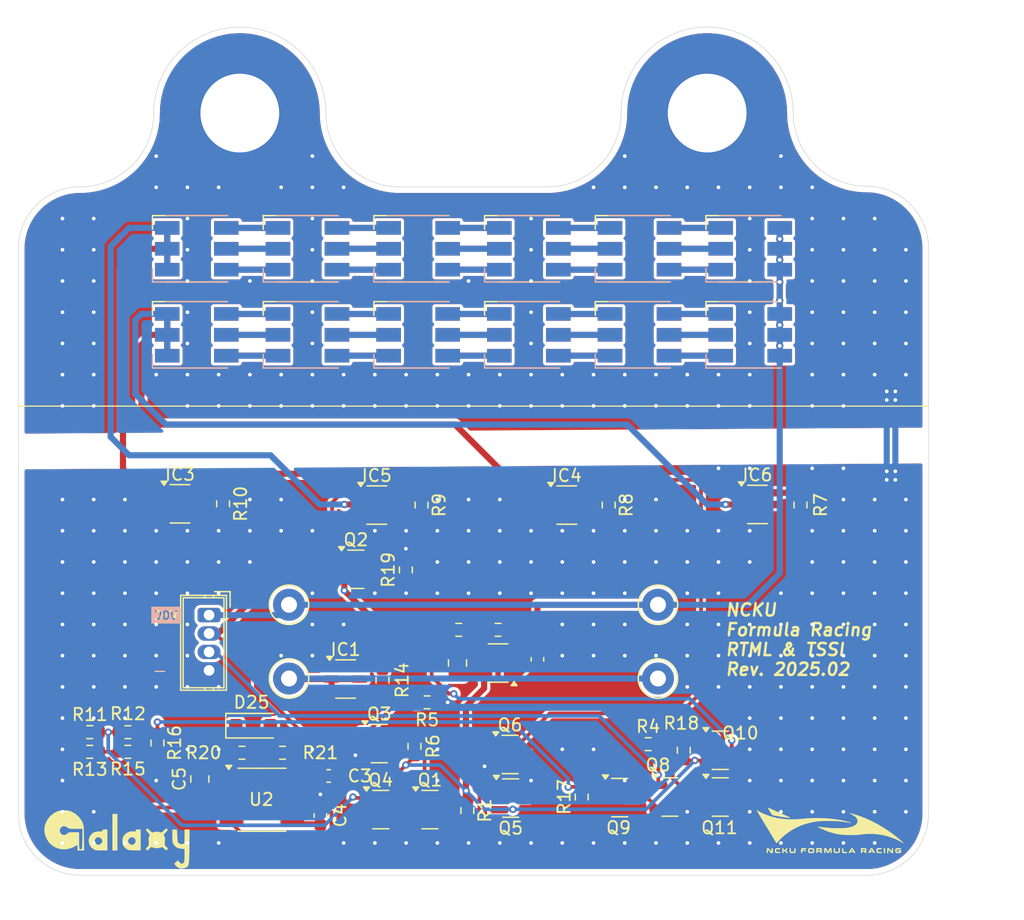
<source format=kicad_pcb>
(kicad_pcb (version 20221018) (generator pcbnew)
  (layers (0 "F.Cu" signal) (31 "B.Cu" signal) (34 "B.Paste" user) (35 "F.Paste" user) (36 "B.SilkS" user "B.Silkscreen") (37 "F.SilkS" user "F.Silkscreen") (38 "B.Mask" user) (39 "F.Mask" user) (44 "Edge.Cuts" user))
  (net 0 "")
  (net 1 "GND")
  (net 2 "VDC")
  (net 3 "Net-(U1-ADJ)")
  (net 4 "Net-(U2-CV)")
  (net 5 "+12V")
  (net 6 "THR")
  (net 7 "Net-(IC3-REXT)")
  (net 8 "RED_EN")
  (net 9 "Net-(D1-BK)")
  (net 10 "Net-(IC4-REXT)")
  (net 11 "Net-(D7-BK)")
  (net 12 "Net-(IC5-REXT)")
  (net 13 "Net-(D13-BK)")
  (net 14 "Net-(IC6-REXT)")
  (net 15 "GREEN_EN")
  (net 16 "Net-(D1-BA)")
  (net 17 "Net-(D1-GA)")
  (net 18 "Net-(D1-RA)")
  (net 19 "Net-(D2-BA)")
  (net 20 "Net-(D2-GA)")
  (net 21 "Net-(D2-RA)")
  (net 22 "Net-(D3-BA)")
  (net 23 "Net-(D3-GA)")
  (net 24 "Net-(D3-RA)")
  (net 25 "Net-(D4-BA)")
  (net 26 "Net-(D4-GA)")
  (net 27 "Net-(D4-RA)")
  (net 28 "Net-(D5-BA)")
  (net 29 "Net-(D5-GA)")
  (net 30 "Net-(D5-RA)")
  (net 31 "Net-(D7-BA)")
  (net 32 "Net-(D7-GA)")
  (net 33 "Net-(D7-RA)")
  (net 34 "Net-(D8-BA)")
  (net 35 "Net-(D8-GA)")
  (net 36 "Net-(D8-RA)")
  (net 37 "Net-(D10-BK)")
  (net 38 "Net-(D10-GK)")
  (net 39 "Net-(D10-RK)")
  (net 40 "Net-(D10-BA)")
  (net 41 "Net-(D10-GA)")
  (net 42 "Net-(D10-RA)")
  (net 43 "Net-(D11-BA)")
  (net 44 "Net-(D11-GA)")
  (net 45 "Net-(D11-RA)")
  (net 46 "Net-(D13-BA)")
  (net 47 "Net-(D13-GA)")
  (net 48 "Net-(D13-RA)")
  (net 49 "Net-(D14-BA)")
  (net 50 "Net-(D14-GA)")
  (net 51 "Net-(D14-RA)")
  (net 52 "Net-(D15-BA)")
  (net 53 "Net-(D15-GA)")
  (net 54 "Net-(D15-RA)")
  (net 55 "Net-(D16-BA)")
  (net 56 "Net-(D16-GA)")
  (net 57 "Net-(D16-RA)")
  (net 58 "Net-(D17-BA)")
  (net 59 "Net-(D17-GA)")
  (net 60 "Net-(D17-RA)")
  (net 61 "Net-(D18-BA)")
  (net 62 "Net-(D18-GA)")
  (net 63 "Net-(D18-RA)")
  (net 64 "Net-(D19-BA)")
  (net 65 "Net-(D19-GA)")
  (net 66 "Net-(D19-RA)")
  (net 67 "Net-(D20-BA)")
  (net 68 "Net-(D20-GA)")
  (net 69 "Net-(D20-RA)")
  (net 70 "Net-(D21-BA)")
  (net 71 "Net-(D21-GA)")
  (net 72 "Net-(D21-RA)")
  (net 73 "Net-(D22-BA)")
  (net 74 "Net-(D22-GA)")
  (net 75 "Net-(D22-RA)")
  (net 76 "Net-(D14-BK)")
  (net 77 "DIS")
  (net 78 "TSAL_EN")
  (net 79 "Net-(IC1-OUT_1)")
  (net 80 "Net-(IC1-REXT)")
  (net 81 "Net-(Q1-G)")
  (net 82 "Net-(Q1-S)")
  (net 83 "Net-(Q1-D)")
  (net 84 "TSSI")
  (net 85 "Net-(Q4-G)")
  (net 86 "TSAL")
  (net 87 "Net-(Q8-S)")
  (net 88 "Net-(Q10-G)")
  (net 89 "Net-(Q9-G)")
  (net 90 "Net-(R11-Pad1)")
  (net 91 "Net-(U2-Q)")
  (net 92 "Net-(R15-Pad2)")
  (footprint "Package_TO_SOT_SMD:SOT-23-6" (layer "F.Cu") (at 106.5875 61.05)
    (fp_text reference "IC4")
    (fp_text value "BCR420U")
  )
  (footprint "Resistor_SMD:R_0603_1608Metric" (layer "F.Cu") (at 80.175 81.2 180)
    (fp_text reference "R20")
    (fp_text value "37k")
  )
  (footprint "LED_SMD:LED_RGB_5050-6" (layer "F.Cu") (at 121.5 47.2)
    (fp_text reference "D23" hide)
    (fp_text value "LED_RGB" hide)
  )
  (footprint "Connector_Pin:Pin_D1.3mm_L11.0mm" (layer "F.Cu") (at 84 69.16 180)
    (fp_text reference "TP4" hide)
    (fp_text value "TestPoint" hide)
  )
  (footprint "Resistor_SMD:R_0603_1608Metric" (layer "F.Cu") (at 93.5 66.325 90)
    (fp_text reference "R19")
    (fp_text value "100k")
  )
  (footprint "Resistor_SMD:R_0603_1608Metric" (layer "F.Cu") (at 116.1 81 90)
    (fp_text reference "R18")
    (fp_text value "100k")
  )
  (footprint "Resistor_SMD:R_0603_1608Metric" (layer "F.Cu") (at 113.2 80.5)
    (fp_text reference "R4")
    (fp_text value "10k")
  )
  (footprint "Package_TO_SOT_SMD:SOT-23" (layer "F.Cu") (at 91.4625 85.825)
    (fp_text reference "Q4")
    (fp_text value "2N7002")
  )
  (footprint "Package_TO_SOT_SMD:SOT-23" (layer "F.Cu") (at 89.4375 66.275)
    (fp_text reference "Q2")
    (fp_text value "Si2301CDS")
  )
  (footprint "Resistor_SMD:R_0603_1608Metric" (layer "F.Cu") (at 67.8 81.125 180)
    (fp_text reference "R13")
    (fp_text value "1M")
  )
  (footprint "Package_TO_SOT_SMD:SOT-23-5" (layer "F.Cu") (at 101 73.9 180)
    (fp_text reference "U1" hide)
    (fp_text value "AP2204K-ADJ" hide)
  )
  (footprint "Resistor_SMD:R_0603_1608Metric" (layer "F.Cu") (at 70.9 79.525 180)
    (fp_text reference "R12")
    (fp_text value "1M")
  )
  (footprint "LED_SMD:LED_RGB_5050-6" (layer "F.Cu") (at 85.5 40.2)
    (fp_text reference "D2" hide)
    (fp_text value "LED_RGB" hide)
  )
  (footprint "Connector_Pin:Pin_D1.3mm_L11.0mm" (layer "F.Cu") (at 114 69.16)
    (fp_text reference "TP3" hide)
    (fp_text value "TestPoint" hide)
  )
  (footprint "Resistor_SMD:R_0603_1608Metric" (layer "F.Cu") (at 125.5875 61.05 -90)
    (fp_text reference "R7")
    (fp_text value "15R")
  )
  (footprint "LED_SMD:LED_RGB_5050-6" (layer "F.Cu") (at 112.5 47.2)
    (fp_text reference "D21" hide)
    (fp_text value "LED_RGB" hide)
  )
  (footprint "LED_SMD:LED_RGB_5050-6" (layer "F.Cu") (at 121.5 40.2)
    (fp_text reference "D6" hide)
    (fp_text value "LED_RGB" hide)
  )
  (footprint "Package_TO_SOT_SMD:SOT-23-6" (layer "F.Cu") (at 88.6 75.2)
    (fp_text reference "IC1")
    (fp_text value "BCR420U")
  )
  (footprint "Package_TO_SOT_SMD:SOT-23-6" (layer "F.Cu") (at 122.0875 61)
    (fp_text reference "IC6")
    (fp_text value "BCR420U")
  )
  (footprint "LED_SMD:LED_RGB_5050-6" (layer "F.Cu") (at 112.5 40.2)
    (fp_text reference "D5" hide)
    (fp_text value "LED_RGB" hide)
  )
  (footprint "Resistor_SMD:R_0603_1608Metric" (layer "F.Cu") (at 95.225 77.1 180)
    (fp_text reference "R5")
    (fp_text value "10k")
  )
  (footprint "Package_TO_SOT_SMD:SOT-23" (layer "F.Cu") (at 95.4625 85.825)
    (fp_text reference "Q1")
    (fp_text value "2N7002")
  )
  (footprint "Package_TO_SOT_SMD:SOT-23" (layer "F.Cu") (at 110.8875 84.85)
    (fp_text reference "Q9")
    (fp_text value "2N7002")
  )
  (footprint "LED_SMD:LED_RGB_5050-6" (layer "F.Cu") (at 85.5 47.2)
    (fp_text reference "D15" hide)
    (fp_text value "LED_RGB" hide)
  )
  (footprint "Package_TO_SOT_SMD:SOT-23" (layer "F.Cu") (at 119.0625 84.8)
    (fp_text reference "Q11")
    (fp_text value "2N7002")
  )
  (footprint "Package_TO_SOT_SMD:SOT-23" (layer "F.Cu") (at 119.0625 81)
    (fp_text reference "Q10")
    (fp_text value "Si2301CDS")
  )
  (footprint "Resistor_SMD:R_0603_1608Metric" (layer "F.Cu") (at 109.9925 61.05 -90)
    (fp_text reference "R8")
    (fp_text value "15R")
  )
  (footprint "Resistor_SMD:R_0603_1608Metric" (layer "F.Cu") (at 78.6375 60.95 -90)
    (fp_text reference "R10")
    (fp_text value "15R")
  )
  (footprint "Resistor_SMD:R_0603_1608Metric" (layer "F.Cu") (at 107.8 84.8 90)
    (fp_text reference "R17")
    (fp_text value "1M")
  )
  (footprint "LED_SMD:LED_RGB_5050-6" (layer "F.Cu") (at 76.5 47.2)
    (fp_text reference "D13" hide)
    (fp_text value "LED_RGB" hide)
  )
  (footprint "Resistor_SMD:R_0603_1608Metric" (layer "F.Cu") (at 67.8 79.525)
    (fp_text reference "R11")
    (fp_text value "1M")
  )
  (footprint "LED_SMD:LED_RGB_5050-6" (layer "F.Cu") (at 94.5 40.2)
    (fp_text reference "D3" hide)
    (fp_text value "LED_RGB" hide)
  )
  (footprint "Connector_Pin:Pin_D1.3mm_L11.0mm" (layer "F.Cu") (at 84 75.16 180)
    (fp_text reference "TP2" hide)
    (fp_text value "TestPoint" hide)
  )
  (footprint "Resistor_SMD:R_0603_1608Metric" (layer "F.Cu") (at 94.2 80.675 90)
    (fp_text reference "R6")
    (fp_text value "100k")
  )
  (footprint "Resistor_SMD:R_0603_1608Metric" (layer "F.Cu") (at 101 71.2 180)
    (fp_text reference "R2" hide)
    (fp_text value "100k" hide)
  )
  (footprint "Package_TO_SOT_SMD:SOT-23" (layer "F.Cu") (at 114.9625 84.8)
    (fp_text reference "Q8")
    (fp_text value "2N7002")
  )
  (footprint "kibuzzard-67907CEC" (layer "F.Cu") (at 74 70)
    (fp_text reference "kibuzzard-67907CEC" hide)
    (fp_text value "G***" hide)
  )
  (footprint "Resistor_SMD:R_0603_1608Metric" (layer "F.Cu") (at 83.475 81.2 180)
    (fp_text reference "R21")
    (fp_text value "37k")
  )
  (footprint "Package_TO_SOT_SMD:SOT-23" (layer "F.Cu") (at 101.971479 81.340412)
    (fp_text reference "Q6")
    (fp_text value "2N7002")
  )
  (footprint "Resistor_SMD:R_0603_1608Metric" (layer "F.Cu") (at 70.9 81.125)
    (fp_text reference "R15")
    (fp_text value "1M")
  )
  (footprint "Connector_Pin:Pin_D1.3mm_L11.0mm" (layer "F.Cu") (at 114 75.16)
    (fp_text reference "TP1" hide)
    (fp_text value "TestPoint" hide)
  )
  (footprint "Diode_SMD:D_SOD-123F" (layer "F.Cu") (at 81.075 79)
    (fp_text reference "D25")
    (fp_text value "D_Small")
  )
  (footprint "Capacitor_SMD:C_0805_2012Metric" (layer "F.Cu") (at 97.7 73.9 90)
    (fp_text reference "C2" hide)
    (fp_text value "10u" hide)
  )
  (footprint "Package_SO:SOIC-8_3.9x4.9mm_P1.27mm" (layer "F.Cu") (at 81.8 85.02)
    (fp_text reference "U2")
    (fp_text value "SE555D")
  )
  (footprint "LED_SMD:LED_RGB_5050-6" (layer "F.Cu") (at 76.5 40.2)
    (fp_text reference "D1" hide)
    (fp_text value "LED_RGB" hide)
  )
  (footprint "Package_TO_SOT_SMD:SOT-23-6" (layer "F.Cu") (at 75.1375 60.95)
    (fp_text reference "IC3")
    (fp_text value "BCR420U")
  )
  (footprint "LOGO" (layer "F.Cu") (at 128 87.5)
    (fp_text reference "G***" hide)
    (fp_text value "LOGO" hide)
  )
  (footprint "LED_SMD:LED_RGB_5050-6" (layer "F.Cu") (at 103.5 40.2)
    (fp_text reference "D4" hide)
    (fp_text value "LED_RGB" hide)
  )
  (footprint "Capacitor_SMD:C_0805_2012Metric" (layer "F.Cu") (at 76.75 83.3375 90)
    (fp_text reference "C5")
    (fp_text value "10u")
  )
  (footprint "Resistor_SMD:R_0603_1608Metric" (layer "F.Cu") (at 97.8 71.2)
    (fp_text reference "R3" hide)
    (fp_text value "165k" hide)
  )
  (footprint "Resistor_SMD:R_0603_1608Metric" (layer "F.Cu") (at 91.6 75.3 90)
    (fp_text reference "R14")
    (fp_text value "~")
  )
  (footprint "Capacitor_SMD:C_0603_1608Metric" (layer "F.Cu") (at 86.55 86.3 90)
    (fp_text reference "C4")
    (fp_text value "100n")
  )
  (footprint "Resistor_SMD:R_0603_1608Metric" (layer "F.Cu") (at 73.3 80.4 90)
    (fp_text reference "R16")
    (fp_text value "1M")
  )
  (footprint "Resistor_SMD:R_0603_1608Metric" (layer "F.Cu") (at 94.775 61.05 -90)
    (fp_text reference "R9")
    (fp_text value "15R")
  )
  (footprint "Capacitor_SMD:C_0603_1608Metric" (layer "F.Cu") (at 104.2 73.6 -90)
    (fp_text reference "C1" hide)
    (fp_text value "1u" hide)
  )
  (footprint "LED_SMD:LED_RGB_5050-6" (layer "F.Cu") (at 94.5 47.2)
    (fp_text reference "D17" hide)
    (fp_text value "LED_RGB" hide)
  )
  (footprint "Connector_Wuerth:Wuerth_WR-WTB_64800411622_1x04_P1.50mm_Vertical" (layer "F.Cu") (at 77.5 70 -90)
    (fp_text reference "J1" hide)
    (fp_text value "Conn_01x04")
  )
  (footprint "MountingHole:MountingHole_6.4mm_M6_DIN965_Pad_TopBottom" (layer "F.Cu") (at 118 29.16)
    (fp_text reference "H2" hide)
    (fp_text value "M6_Pad" hide)
  )
  (footprint "LED_SMD:LED_RGB_5050-6" (layer "F.Cu") (at 103.5 47.2)
    (fp_text reference "D19" hide)
    (fp_text value "LED_RGB" hide)
  )
  (footprint "LOGO" (layer "F.Cu") (at 70 88.25)
    (fp_text reference "G***" hide)
    (fp_text value "LOGO" hide)
  )
  (footprint "Package_TO_SOT_SMD:SOT-23" (layer "F.Cu") (at 102.021479 84.885412)
    (fp_text reference "Q5")
    (fp_text value "Si2301CDS")
  )
  (footprint "Package_TO_SOT_SMD:SOT-23" (layer "F.Cu") (at 91.3375 80.45)
    (fp_text reference "Q3")
    (fp_text value "2N7002")
  )
  (footprint "Capacitor_SMD:C_0603_1608Metric" (layer "F.Cu") (at 87.225 83.0875)
    (fp_text reference "C3")
    (fp_text value "100n")
  )
  (footprint "MountingHole:MountingHole_6.4mm_M6_DIN965_Pad_TopBottom" (layer "F.Cu") (at 80 29.16)
    (fp_text reference "H1" hide)
    (fp_text value "M6_Pad" hide)
  )
  (footprint "Package_TO_SOT_SMD:SOT-23-6" (layer "F.Cu") (at 91.1375 61.05)
    (fp_text reference "IC5")
    (fp_text value "BCR420U")
  )
  (footprint "Resistor_SMD:R_0603_1608Metric" (layer "F.Cu") (at 98.5 85.9 -90)
    (fp_text reference "R1")
    (fp_text value "100k")
  )
  (footprint "LED_SMD:LED_RGB_5050-6" (layer "B.Cu") (at 112.5 47.2)
    (fp_text reference "D22" hide)
    (fp_text value "LED_RGB" hide)
  )
  (footprint "LED_SMD:LED_RGB_5050-6" (layer "B.Cu") (at 103.5 47.2)
    (fp_text reference "D20" hide)
    (fp_text value "LED_RGB" hide)
  )
  (footprint "LED_SMD:LED_RGB_5050-6" (layer "B.Cu") (at 76.5 40.2)
    (fp_text reference "D7" hide)
    (fp_text value "LED_RGB" hide)
  )
  (footprint "LED_SMD:LED_RGB_5050-6" (layer "B.Cu") (at 121.5 47.2)
    (fp_text reference "D24" hide)
    (fp_text value "LED_RGB" hide)
  )
  (footprint "LED_SMD:LED_RGB_5050-6" (layer "B.Cu") (at 121.5 40.2)
    (fp_text reference "D12" hide)
    (fp_text value "LED_RGB" hide)
  )
  (footprint "kibuzzard-67907CEC" (layer "B.Cu") (at 74 70 180)
    (fp_text reference "kibuzzard-67907CEC" hide)
    (fp_text value "G***" hide)
  )
  (footprint "LED_SMD:LED_RGB_5050-6" (layer "B.Cu") (at 94.5 47.2)
    (fp_text reference "D18" hide)
    (fp_text value "LED_RGB" hide)
  )
  (footprint "LED_SMD:LED_RGB_5050-6" (layer "B.Cu") (at 103.5 40.2)
    (fp_text reference "D10" hide)
    (fp_text value "LED_RGB" hide)
  )
  (footprint "LED_SMD:LED_RGB_5050-6" (layer "B.Cu") (at 76.5 47.2)
    (fp_text reference "D14" hide)
    (fp_text value "LED_RGB" hide)
  )
  (footprint "LED_SMD:LED_RGB_5050-6" (layer "B.Cu") (at 112.5 40.2)
    (fp_text reference "D11" hide)
    (fp_text value "LED_RGB" hide)
  )
  (footprint "LED_SMD:LED_RGB_5050-6" (layer "B.Cu") (at 94.5 40.2)
    (fp_text reference "D9" hide)
    (fp_text value "LED_RGB" hide)
  )
  (footprint "LED_SMD:LED_RGB_5050-6" (layer "B.Cu") (at 85.5 47.2)
    (fp_text reference "D16" hide)
    (fp_text value "LED_RGB" hide)
  )
  (footprint "LED_SMD:LED_RGB_5050-6" (layer "B.Cu") (at 85.5 40.2)
    (fp_text reference "D8" hide)
    (fp_text value "LED_RGB" hide)
  )
  (gr_line locked (start 62 53) (end 136 53) (stroke (width 0.1)) (layer "F.SilkS"))
  (gr_arc locked (start 73 29.16) (mid 80 22.16) (end 87 29.16) (stroke (width 0.05)) (layer "Edge.Cuts"))
  (gr_arc locked (start 130.944 35.104) (mid 134.519132 36.584868) (end 136 40.16) (stroke (width 0.05)) (layer "Edge.Cuts"))
  (gr_line locked (start 136 86.16) (end 136 40.16) (stroke (width 0.05)) (layer "Edge.Cuts"))
  (gr_arc locked (start 67 91.16) (mid 63.464466 89.695534) (end 62 86.16) (stroke (width 0.05)) (layer "Edge.Cuts"))
  (gr_arc locked (start 111 29.16) (mid 109.242641 33.402641) (end 105 35.16) (stroke (width 0.05)) (layer "Edge.Cuts"))
  (gr_arc locked (start 130.944 35.104) (mid 126.740957 33.363043) (end 125 29.16) (stroke (width 0.05)) (layer "Edge.Cuts"))
  (gr_line locked (start 67 91.16) (end 131 91.16) (stroke (width 0.05)) (layer "Edge.Cuts"))
  (gr_arc locked (start 62 40.16) (mid 63.464466 36.624466) (end 67 35.16) (stroke (width 0.05)) (layer "Edge.Cuts"))
  (gr_line locked (start 93 35.16) (end 105 35.16) (stroke (width 0.05)) (layer "Edge.Cuts"))
  (gr_arc locked (start 111 29.16) (mid 118 22.16) (end 125 29.16) (stroke (width 0.05)) (layer "Edge.Cuts"))
  (gr_arc locked (start 73 29.16) (mid 71.242641 33.402641) (end 67 35.16) (stroke (width 0.05)) (layer "Edge.Cuts"))
  (gr_line locked (start 62 86.16) (end 62 40.16) (stroke (width 0.05)) (layer "Edge.Cuts"))
  (gr_arc locked (start 93 35.16) (mid 88.757359 33.402641) (end 87 29.16) (stroke (width 0.05)) (layer "Edge.Cuts"))
  (gr_arc locked (start 136 86.16) (mid 134.535534 89.695534) (end 131 91.16) (stroke (width 0.05)) (layer "Edge.Cuts"))
  (gr_text "-" (at 73.5 74.5) (layer "B.SilkS") (effects (font (size 1 1) (thickness 0.1)) (justify mirror)))
  (gr_text "-" (at 73.5 74.5) (layer "F.SilkS") (effects (font (size 1 1) (thickness 0.1))))
  (gr_text "NCKU\nFormula Racing\nRTML & TSSI\nRev. 2025.02" (at 119.4 75) (layer "F.SilkS") (effects (font (size 1 1) (thickness 0.2) bold italic) (justify left bottom)))
  (segment (start 99.909588 82.290412) (end 99.9 82.3) (width 0.3) (layer "F.Cu") (net 1))
  (segment (start 101.033979 82.290412) (end 99.909588 82.290412) (width 0.3) (layer "F.Cu") (net 1))
  (segment (start 90.4 81.4) (end 89.4 81.4) (width 0.5) (layer "F.Cu") (net 1))
  (segment (start 98.65 73.9) (end 102.1375 73.9) (width 0.3) (layer "F.Cu") (net 1))
  (segment (start 86.55 85.525) (end 86.55 84.5875) (width 0.3) (layer "F.Cu") (net 1))
  (segment (start 97.7 72.95) (end 98.65 73.9) (width 0.3) (layer "F.Cu") (net 1))
  (segment (start 93.5 65.5) (end 93.5 64.6) (width 0.5) (layer "F.Cu") (net 1))
  (via (at 103.68 88.54) (size 0.6) (drill 0.3) (layers "F.Cu" "B.Cu") (net 1))
  (via (at 85.9 32.66) (size 0.6) (drill 0.3) (layers "F.Cu" "B.Cu") (net 1))
  (via (at 116.38 68.22) (size 0.6) (drill 0.3) (layers "F.Cu" "B.Cu") (net 1))
  (via (at 83.36 35.2) (size 0.6) (drill 0.3) (layers "F.Cu" "B.Cu") (net 1))
  (via (at 116.38 52.98) (size 0.6) (drill 0.3) (layers "F.Cu" "B.Cu") (net 1))
  (via (at 131.62 60.6) (size 0.6) (drill 0.3) (layers "F.Cu" "B.Cu") (net 1))
  (via (at 129.08 73.3) (size 0.6) (drill 0.3) (layers "F.Cu" "B.Cu") (net 1))
  (via (at 129.08 70.76) (size 0.6) (drill 0.3) (layers "F.Cu" "B.Cu") (net 1))
  (via (at 124 88.54) (size 0.6) (drill 0.3) (layers "F.Cu" "B.Cu") (net 1))
  (via (at 75.74 50.44) (size 0.6) (drill 0.3) (layers "F.Cu" "B.Cu") (net 1))
  (via (at 121.46 75.84) (size 0.6) (drill 0.3) (layers "F.Cu" "B.Cu") (net 1))
  (via (at 83.36 60.6) (size 0.6) (drill 0.3) (layers "F.Cu" "B.Cu") (net 1))
  (via (at 131.62 45.36) (size 0.6) (drill 0.3) (layers "F.Cu" "B.Cu") (net 1))
  (via (at 75.74 37.74) (size 0.6) (drill 0.3) (layers "F.Cu" "B.Cu") (net 1))
  (via (at 108.76 73.3) (size 0.6) (drill 0.3) (layers "F.Cu" "B.Cu") (net 1))
  (via (at 131.62 65.68) (size 0.6) (drill 0.3) (layers "F.Cu" "B.Cu") (net 1))
  (via (at 134.16 86) (size 0.6) (drill 0.3) (layers "F.Cu" "B.Cu") (net 1))
  (via (at 126.54 68.22) (size 0.6) (drill 0.3) (layers "F.Cu" "B.Cu") (net 1))
  (via (at 126.54 37.74) (size 0.6) (drill 0.3) (layers "F.Cu" "B.Cu") (net 1))
  (via (at 85.9 80.92) (size 0.6) (drill 0.3) (layers "F.Cu" "B.Cu") (net 1))
  (via (at 116.38 63.14) (size 0.6) (drill 0.3) (layers "F.Cu" "B.Cu") (net 1))
  (via (at 103.68 47.9) (size 0.6) (drill 0.3) (layers "F.Cu" "B.Cu") (net 1))
  (via (at 75.74 88.54) (size 0.6) (drill 0.3) (layers "F.Cu" "B.Cu") (net 1))
  (via (at 116.38 70.76) (size 0.6) (drill 0.3) (layers "F.Cu" "B.Cu") (net 1))
  (via (at 68.12 63.14) (size 0.6) (drill 0.3) (layers "F.Cu" "B.Cu") (net 1))
  (via (at 111.3 52.98) (size 0.6) (drill 0.3) (layers "F.Cu" "B.Cu") (net 1))
  (via (at 65.58 88.54) (size 0.6) (drill 0.3) (layers "F.Cu" "B.Cu") (net 1))
  (via (at 90.98 63.14) (size 0.6) (drill 0.3) (layers "F.Cu" "B.Cu") (net 1))
  (via (at 68.12 88.54) (size 0.6) (drill 0.3) (layers "F.Cu" "B.Cu") (net 1))
  (via (at 131.62 83.46) (size 0.6) (drill 0.3) (layers "F.Cu" "B.Cu") (net 1))
  (via (at 121.46 37.74) (size 0.6) (drill 0.3) (layers "F.Cu" "B.Cu") (net 1))
  (via (at 108.76 63.14) (size 0.6) (drill 0.3) (layers "F.Cu" "B.Cu") (net 1))
  (via (at 98.6 60.6) (size 0.6) (drill 0.3) (layers "F.Cu" "B.Cu") (net 1))
  (via (at 88.44 70.76) (size 0.6) (drill 0.3) (layers "F.Cu" "B.Cu") (net 1))
  (via (at 111.3 50.44) (size 0.6) (drill 0.3) (layers "F.Cu" "B.Cu") (net 1))
  (via (at 129.08 40.28) (size 0.6) (drill 0.3) (layers "F.Cu" "B.Cu") (net 1))
  (via (at 70.66 78.38) (size 0.6) (drill 0.3) (layers "F.Cu" "B.Cu") (net 1))
  (via (at 134.16 75.84) (size 0.6) (drill 0.3) (layers "F.Cu" "B.Cu") (net 1))
  (via (at 75.74 42.82) (size 0.6) (drill 0.3) (layers "F.Cu" "B.Cu") (net 1))
  (via (at 73.2 63.14) (size 0.6) (drill 0.3) (layers "F.Cu" "B.Cu") (net 1))
  (via (at 80.82 65.68) (size 0.6) (drill 0.3) (layers "F.Cu" "B.Cu") (net 1))
  (via (at 101.14 63.14) (size 0.6) (drill 0.3) (layers "F.Cu" "B.Cu") (net 1))
  (via (at 75.74 80.92) (size 0.6) (drill 0.3) (layers "F.Cu" "B.Cu") (net 1))
  (via (at 126.54 42.82) (size 0.6) (drill 0.3) (layers "F.Cu" "B.Cu") (net 1))
  (via (at 68.12 65.68) (size 0.6) (drill 0.3) (layers "F.Cu" "B.Cu") (net 1))
  (via (at 134.16 63.14) (size 0.6) (drill 0.3) (layers "F.Cu" "B.Cu") (net 1))
  (via (at 108.76 80.92) (size 0.6) (drill 0.3) (layers "F.Cu" "B.Cu") (net 1))
  (via (at 118.92 52.98) (size 0.6) (drill 0.3) (layers "F.Cu" "B.Cu") (net 1))
  (via (at 134.16 60.6) (size 0.6) (drill 0.3) (layers "F.Cu" "B.Cu") (net 1))
  (via (at 129.08 52.98) (size 0.6) (drill 0.3) (layers "F.Cu" "B.Cu") (net 1))
  (via (at 131.62 68.22) (size 0.6) (drill 0.3) (layers "F.Cu" "B.Cu") (net 1))
  (via (at 83.36 50.44) (size 0.6) (drill 0.3) (layers "F.Cu" "B.Cu") (net 1))
  (via (at 101.14 65.68) (size 0.6) (drill 0.3) (layers "F.Cu" "B.Cu") (net 1))
  (via (at 75.74 65.68) (size 0.6) (drill 0.3) (layers "F.Cu" "B.Cu") (net 1))
  (via (at 129.08 88.54) (size 0.6) (drill 0.3) (layers "F.Cu" "B.Cu") (net 1))
  (via (at 68.12 37.74) (size 0.6) (drill 0.3) (layers "F.Cu" "B.Cu") (net 1))
  (via (at 126.54 47.9) (size 0.6) (drill 0.3) (layers "F.Cu" "B.Cu") (net 1))
  (via (at 68.12 73.3) (size 0.6) (drill 0.3) (layers "F.Cu" "B.Cu") (net 1))
  (via (at 126.54 78.38) (size 0.6) (drill 0.3) (layers "F.Cu" "B.Cu") (net 1))
  (via (at 129.08 37.74) (size 0.6) (drill 0.3) (layers "F.Cu" "B.Cu") (net 1))
  (via (at 108.76 35.2) (size 0.6) (drill 0.3) (layers "F.Cu" "B.Cu") (net 1))
  (via (at 93.52 52.98) (size 0.6) (drill 0.3) (layers "F.Cu" "B.Cu") (net 1))
  (via (at 118.92 73.3) (size 0.6) (drill 0.3) (layers "F.Cu" "B.Cu") (net 1))
  (via (at 133.3 51.8) (size 0.6) (drill 0.3) (layers "F.Cu" "B.Cu") (net 1))
  (via (at 131.62 75.84) (size 0.6) (drill 0.3) (layers "F.Cu" "B.Cu") (net 1))
  (via (at 131.62 37.74) (size 0.6) (drill 0.3) (layers "F.Cu" "B.Cu") (net 1))
  (via (at 106.22 68.22) (size 0.6) (drill 0.3) (layers "F.Cu" "B.Cu") (net 1))
  (via (at 121.46 73.3) (size 0.6) (drill 0.3) (layers "F.Cu" "B.Cu") (net 1))
  (via (at 85.9 73.3) (size 0.6) (drill 0.3) (layers "F.Cu" "B.Cu") (net 1))
  (via (at 113.84 35.2) (size 0.6) (drill 0.3) (layers "F.Cu" "B.Cu") (net 1))
  (via (at 108.76 52.98) (size 0.6) (drill 0.3) (layers "F.Cu" "B.Cu") (net 1))
  (via (at 70.66 60.6) (size 0.6) (drill 0.3) (layers "F.Cu" "B.Cu") (net 1))
  (via (at 126.54 86) (size 0.6) (drill 0.3) (layers "F.Cu" "B.Cu") (net 1))
  (via (at 78.28 80.92) (size 0.6) (drill 0.3) (layers "F.Cu" "B.Cu") (net 1))
  (via (at 126.54 65.68) (size 0.6) (drill 0.3) (layers "F.Cu" "B.Cu") (net 1))
  (via (at 75.74 47.9) (size 0.6) (drill 0.3) (layers "F.Cu" "B.Cu") (net 1))
  (via (at 98.6 52.98) (size 0.6) (drill 0.3) (layers "F.Cu" "B.Cu") (net 1))
  (via (at 103.68 68.22) (size 0.6) (drill 0.3) (layers "F.Cu" "B.Cu") (net 1))
  (via (at 121.46 70.76) (size 0.6) (drill 0.3) (layers "F.Cu" "B.Cu") (net 1))
  (via (at 80.82 42.82) (size 0.6) (drill 0.3) (layers "F.Cu" "B.Cu") (net 1))
  (via (at 75.74 68.22) (size 0.6) (drill 0.3) (layers "F.Cu" "B.Cu") (net 1))
  (via (at 73.2 68.22) (size 0.6) (drill 0.3) (layers "F.Cu" "B.Cu") (net 1))
  (via (at 101.14 50.44) (size 0.6) (drill 0.3) (layers "F.Cu" "B.Cu") (net 1))
  (via (at 111.3 32.66) (size 0.6) (drill 0.3) (layers "F.Cu" "B.Cu") (net 1))
  (via (at 78.28 75.84) (size 0.6) (drill 0.3) (layers "F.Cu" "B.Cu") (net 1))
  (via (at 68.12 70.76) (size 0.6) (drill 0.3) (layers "F.Cu" "B.Cu") (net 1))
  (via (at 133.3 58.3) (size 0.6) (drill 0.3) (layers "F.Cu" "B.Cu") (net 1))
  (via (at 68.12 45.36) (size 0.6) (drill 0.3) (layers "F.Cu" "B.Cu") (net 1))
  (via (at 129.08 65.68) (size 0.6) (drill 0.3) (layers "F.Cu" "B.Cu") (net 1))
  (via (at 131.62 70.76) (size 0.6) (drill 0.3) (layers "F.Cu" "B.Cu") (net 1))
  (via (at 101.14 88.54) (size 0.6) (drill 0.3) (layers "F.Cu" "B.Cu") (net 1))
  (via (at 101.14 52.98) (size 0.6) (drill 0.3) (layers "F.Cu" "B.Cu") (net 1))
  (via (at 70.66 88.54) (size 0.6) (drill 0.3) (layers "F.Cu" "B.Cu") (net 1))
  (via (at 68.12 68.22) (size 0.6) (drill 0.3) (layers "F.Cu" "B.Cu") (net 1))
  (via (at 96.06 88.54) (size 0.6) (drill 0.3) (layers "F.Cu" "B.Cu") (net 1))
  (via (at 83.36 52.98) (size 0.6) (drill 0.3) (layers "F.Cu" "B.Cu") (net 1))
  (via (at 124 78.38) (size 0.6) (drill 0.3) (layers "F.Cu" "B.Cu") (net 1))
  (via (at 103.68 65.68) (size 0.6) (drill 0.3) (layers "F.Cu" "B.Cu") (net 1))
  (via (at 131.62 80.92) (size 0.6) (drill 0.3) (layers "F.Cu" "B.Cu") (net 1))
  (via (at 129.08 42.82) (size 0.6) (drill 0.3) (layers "F.Cu" "B.Cu") (net 1))
  (via (at 65.58 47.9) (size 0.6) (drill 0.3) (layers "F.Cu" "B.Cu") (net 1))
  (via (at 85.9 42.82) (size 0.6) (drill 0.3) (layers "F.Cu" "B.Cu") (net 1))
  (via (at 129.08 60.6) (size 0.6) (drill 0.3) (layers "F.Cu" "B.Cu") (net 1))
  (via (at 121.46 63.14) (size 0.6) (drill 0.3) (layers "F.Cu" "B.Cu") (net 1))
  (via (at 113.84 63.14) (size 0.6) (drill 0.3) (layers "F.Cu" "B.Cu") (net 1))
  (via (at 93.52 68.22) (size 0.6) (drill 0.3) (layers "F.Cu" "B.Cu") (net 1))
  (via (at 118.92 63.14) (size 0.6) (drill 0.3) (layers "F.Cu" "B.Cu") (net 1))
  (via (at 126.54 80.92) (size 0.6) (drill 0.3) (layers "F.Cu" "B.Cu") (net 1))
  (via (at 103.68 40.28) (size 0.6) (drill 0.3) (layers "F.Cu" "B.Cu") (net 1))
  (via (at 96.06 50.44) (size 0.6) (drill 0.3) (layers "F.Cu" "B.Cu") (net 1))
  (via (at 103.68 37.74) (size 0.6) (drill 0.3) (layers "F.Cu" "B.Cu") (net 1))
  (via (at 126.54 50.44) (size 0.6) (drill 0.3) (layers "F.Cu" "B.Cu") (net 1))
  (via (at 78.28 65.68) (size 0.6) (drill 0.3) (layers "F.Cu" "B.Cu") (net 1))
  (via (at 68.12 40.28) (size 0.6) (drill 0.3) (layers "F.Cu" "B.Cu") (net 1))
  (via (at 118.92 88.54) (size 0.6) (drill 0.3) (layers "F.Cu" "B.Cu") (net 1))
  (via (at 103.68 50.44) (size 0.6) (drill 0.3) (layers "F.Cu" "B.Cu") (net 1))
  (via (at 132.6 59) (size 0.6) (drill 0.3) (layers "F.Cu" "B.Cu") (net 1))
  (via (at 85.9 68.22) (size 0.6) (drill 0.3) (layers "F.Cu" "B.Cu") (net 1))
  (via (at 129.08 75.84) (size 0.6) (drill 0.3) (layers "F.Cu" "B.Cu") (net 1))
  (via (at 68.12 42.82) (size 0.6) (drill 0.3) (layers "F.Cu" "B.Cu") (net 1))
  (via (at 134.16 80.92) (size 0.6) (drill 0.3) (layers "F.Cu" "B.Cu") (net 1))
  (via (at 134.16 73.3) (size 0.6) (drill 0.3) (layers "F.Cu" "B.Cu") (net 1))
  (via (at 129.08 78.38) (size 0.6) (drill 0.3) (layers "F.Cu" "B.Cu") (net 1))
  (via (at 96.06 60.6) (size 0.6) (drill 0.3) (layers "F.Cu" "B.Cu") (net 1))
  (via (at 65.58 50.44) (size 0.6) (drill 0.3) (layers "F.Cu" "B.Cu") (net 1))
  (via (at 131.62 63.14) (size 0.6) (drill 0.3) (layers "F.Cu" "B.Cu") (net 1))
  (via (at 121.46 50.44) (size 0.6) (drill 0.3) (layers "F.Cu" "B.Cu") (net 1))
  (via (at 111.3 83.46) (size 0.6) (drill 0.3) (layers "F.Cu" "B.Cu") (net 1))
  (via (at 129.08 68.22) (size 0.6) (drill 0.3) (layers "F.Cu" "B.Cu") (net 1))
  (via (at 124 35.2) (size 0.6) (drill 0.3) (layers "F.Cu" "B.Cu") (net 1))
  (via (at 65.58 68.22) (size 0.6) (drill 0.3) (layers "F.Cu" "B.Cu") (net 1))
  (via (at 116.38 88.54) (size 0.6) (drill 0.3) (layers "F.Cu" "B.Cu") (net 1))
  (via (at 133.3 59) (size 0.6) (drill 0.3) (layers "F.Cu" "B.Cu") (net 1))
  (via (at 121.46 65.68) (size 0.6) (drill 0.3) (layers "F.Cu" "B.Cu") (net 1))
  (via (at 124 80.92) (size 0.6) (drill 0.3) (layers "F.Cu" "B.Cu") (net 1))
  (via (at 88.44 35.2) (size 0.6) (drill 0.3) (layers "F.Cu" "B.Cu") (net 1))
  (via (at 70.66 73.3) (size 0.6) (drill 0.3) (layers "F.Cu" "B.Cu") (net 1))
  (via (at 134.16 68.22) (size 0.6) (drill 0.3) (layers "F.Cu" "B.Cu") (net 1))
  (via (at 106.22 52.98) (size 0.6) (drill 0.3) (layers "F.Cu" "B.Cu") (net 1))
  (via (at 68.12 78.38) (size 0.6) (drill 0.3) (layers "F.Cu" "B.Cu") (net 1))
  (via (at 121.46 47.9) (size 0.6) (drill 0.3) (layers "F.Cu" "B.Cu") (net 1))
  (via (at 65.58 73.3) (size 0.6) (drill 0.3) (layers "F.Cu" "B.Cu") (net 1))
  (via (at 106.22 73.3) (size 0.6) (drill 0.3) (layers "F.Cu" "B.Cu") (net 1))
  (via (at 99.9 82.3) (size 0.6) (drill 0.3) (layers "F.Cu" "B.Cu") (net 1))
  (via (at 65.58 83.46) (size 0.6) (drill 0.3) (layers "F.Cu" "B.Cu") (net 1))
  (via (at 113.84 50.44) (size 0.6) (drill 0.3) (layers "F.Cu" "B.Cu") (net 1))
  (via (at 73.2 50.44) (size 0.6) (drill 0.3) (layers "F.Cu" "B.Cu") (net 1))
  (via (at 65.58 60.6) (size 0.6) (drill 0.3) (layers "F.Cu" "B.Cu") (net 1))
  (via (at 65.58 52.98) (size 0.6) (drill 0.3) (layers "F.Cu" "B.Cu") (net 1))
  (via (at 131.62 73.3) (size 0.6) (drill 0.3) (layers "F.Cu" "B.Cu") (net 1))
  (via (at 65.58 37.74) (size 0.6) (drill 0.3) (layers "F.Cu" "B.Cu") (net 1))
  (via (at 75.74 73.3) (size 0.6) (drill 0.3) (layers "F.Cu" "B.Cu") (net 1))
  (via (at 78.28 35.2) (size 0.6) (drill 0.3) (layers "F.Cu" "B.Cu") (net 1))
  (via (at 73.2 65.68) (size 0.6) (drill 0.3) (layers "F.Cu" "B.Cu") (net 1))
  (via (at 75.74 40.28) (size 0.6) (drill 0.3) (layers "F.Cu" "B.Cu") (net 1))
  (via (at 124 86) (size 0.6) (drill 0.3) (layers "F.Cu" "B.Cu") (net 1))
  (via (at 111.3 88.54) (size 0.6) (drill 0.3) (layers "F.Cu" "B.Cu") (net 1))
  (via (at 85.9 45.36) (size 0.6) (drill 0.3) (layers "F.Cu" "B.Cu") (net 1))
  (via (at 88.44 88.54) (size 0.6) (drill 0.3) (layers "F.Cu" "B.Cu") (net 1))
  (via (at 65.58 42.82) (size 0.6) (drill 0.3) (layers "F.Cu" "B.Cu") (net 1))
  (via (at 73.2 83.46) (size 0.6) (drill 0.3) (layers "F.Cu" "B.Cu") (net 1))
  (via (at 96.06 63.14) (size 0.6) (drill 0.3) (layers "F.Cu" "B.Cu") (net 1))
  (via (at 96.06 83.46) (size 0.6) (drill 0.3) (layers "F.Cu" "B.Cu") (net 1))
  (via (at 106.22 63.14) (size 0.6) (drill 0.3) (layers "F.Cu" "B.Cu") (net 1))
  (via (at 129.08 50.44) (size 0.6) (drill 0.3) (layers "F.Cu" "B.Cu") (net 1))
  (via (at 132.6 52.5) (size 0.6) (drill 0.3) (layers "F.Cu" "B.Cu") (net 1))
  (via (at 129.08 47.9) (size 0.6) (drill 0.3) (layers "F.Cu" "B.Cu") (net 1))
  (via (at 131.62 78.38) (size 0.6) (drill 0.3) (layers "F.Cu" "B.Cu") (net 1))
  (via (at 75.74 35.2) (size 0.6) (drill 0.3) (layers "F.Cu" "B.Cu") (net 1))
  (via (at 75.74 70.76) (size 0.6) (drill 0.3) (layers "F.Cu" "B.Cu") (net 1))
  (via (at 68.12 86) (size 0.6) (drill 0.3) (layers "F.Cu" "B.Cu") (net 1))
  (via (at 83.36 63.14) (size 0.6) (drill 0.3) (layers "F.Cu" "B.Cu") (net 1))
  (via (at 85.9 37.74) (size 0.6) (drill 0.3) (layers "F.Cu" "B.Cu") (net 1))
  (via (at 101.14 68.22) (size 0.6) (drill 0.3) (layers "F.Cu" "B.Cu") (net 1))
  (via (at 80.82 50.44) (size 0.6) (drill 0.3) (layers "F.Cu" "B.Cu") (net 1))
  (via (at 103.68 42.82) (size 0.6) (drill 0.3) (layers "F.Cu" "B.Cu") (net 1))
  (via (at 73.2 32.66) (size 0.6) (drill 0.3) (layers "F.Cu" "B.Cu") (net 1))
  (via (at 80.82 60.6) (size 0.6) (drill 0.3) (layers "F.Cu" "B.Cu") (net 1))
  (via (at 126.54 45.36) (size 0.6) (drill 0.3) (layers "F.Cu" "B.Cu") (net 1))
  (via (at 70.66 63.14) (size 0.6) (drill 0.3) (layers "F.Cu" "B.Cu") (net 1))
  (via (at 73.2 73.3) (size 0.6) (drill 0.3) (layers "F.Cu" "B.Cu") (net 1))
  (via (at 131.62 40.28) (size 0.6) (drill 0.3) (layers "F.Cu" "B.Cu") (net 1))
  (via (at 134.16 47.9) (size 0.6) (drill 0.3) (layers "F.Cu" "B.Cu") (net 1))
  (via (at 116.38 75.84) (size 0.6) (drill 0.3) (layers "F.Cu" "B.Cu") (net 1))
  (via (at 65.58 86) (size 0.6) (drill 0.3) (layers "F.Cu" "B.Cu") (net 1))
  (via (at 121.46 40.28) (size 0.6) (drill 0.3) (layers "F.Cu" "B.Cu") (net 1))
  (via (at 111.3 73.3) (size 0.6) (drill 0.3) (layers "F.Cu" "B.Cu") (net 1))
  (via (at 108.76 50.44) (size 0.6) (drill 0.3) (layers "F.Cu" "B.Cu") (net 1))
  (via (at 126.54 75.84) (size 0.6) (drill 0.3) (layers "F.Cu" "B.Cu") (net 1))
  (via (at 126.54 52.98) (size 0.6) (drill 0.3) (layers "F.Cu" "B.Cu") (net 1))
  (via (at 121.46 52.98) (size 0.6) (drill 0.3) (layers "F.Cu" "B.Cu") (net 1))
  (via (at 131.62 50.44) (size 0.6) (drill 0.3) (layers "F.Cu" "B.Cu") (net 1))
  (via (at 134.16 83.46) (size 0.6) (drill 0.3) (layers "F.Cu" "B.Cu") (net 1))
  (via (at 113.84 60.6) (size 0.6) (drill 0.3) (layers "F.Cu" "B.Cu") (net 1))
  (via (at 78.28 88.54) (size 0.6) (drill 0.3) (layers "F.Cu" "B.Cu") (net 1))
  (via (at 98.6 63.14) (size 0.6) (drill 0.3) (layers "F.Cu" "B.Cu") (net 1))
  (via (at 134.16 65.68) (size 0.6) (drill 0.3) (layers "F.Cu" "B.Cu") (net 1))
  (via (at 103.68 63.14) (size 0.6) (drill 0.3) (layers "F.Cu" "B.Cu") (net 1))
  (via (at 121.46 58.06) (size 0.6) (drill 0.3) (layers "F.Cu" "B.Cu") (net 1))
  (via (at 88.44 52.98) (size 0.6) (drill 0.3) (layers "F.Cu" "B.Cu") (net 1))
  (via (at 65.58 80.92) (size 0.6) (drill 0.3) (layers "F.Cu" "B.Cu") (net 1))
  (via (at 134.16 78.38) (size 0.6) (drill 0.3) (layers "F.Cu" "B.Cu") (net 1))
  (via (at 73.2 70.76) (size 0.6) (drill 0.3) (layers "F.Cu" "B.Cu") (net 1))
  (via (at 103.68 45.36) (size 0.6) (drill 0.3) (layers "F.Cu" "B.Cu") (net 1))
  (via (at 126.54 40.28) (size 0.6) (drill 0.3) (layers "F.Cu" "B.Cu") (net 1))
  (via (at 65.58 45.36) (size 0.6) (drill 0.3) (layers "F.Cu" "B.Cu") (net 1))
  (via (at 96.06 52.98) (size 0.6) (drill 0.3) (layers "F.Cu" "B.Cu") (net 1))
  (via (at 68.12 75.84) (size 0.6) (drill 0.3) (layers "F.Cu" "B.Cu") (net 1))
  (via (at 116.38 35.2) (size 0.6) (drill 0.3) (layers "F.Cu" "B.Cu") (net 1))
  (via (at 126.54 58.06) (size 0.6) (drill 0.3) (layers "F.Cu" "B.Cu") (net 1))
  (via (at 78.28 50.44) (size 0.6) (drill 0.3) (layers "F.Cu" "B.Cu") (net 1))
  (via (at 70.66 65.68) (size 0.6) (drill 0.3) (layers "F.Cu" "B.Cu") (net 1))
  (via (at 124 73.3) (size 0.6) (drill 0.3) (layers "F.Cu" "B.Cu") (net 1))
  (via (at 73.2 88.54) (size 0.6) (drill 0.3) (layers "F.Cu" "B.Cu") (net 1))
  (via (at 108.76 65.68) (size 0.6) (drill 0.3) (layers "F.Cu" "B.Cu") (net 1))
  (via (at 93.52 63.14) (size 0.6) (drill 0.3) (layers "F.Cu" "B.Cu") (net 1))
  (via (at 106.22 65.68) (size 0.6) (drill 0.3) (layers "F.Cu" "B.Cu") (net 1))
  (via (at 134.16 42.82) (size 0.6) (drill 0.3) (layers "F.Cu" "B.Cu") (net 1))
  (via (at 93.52 50.44) (size 0.6) (drill 0.3) (layers "F.Cu" "B.Cu") (net 1))
  (via (at 85.9 47.9) (size 0.6) (drill 0.3) (layers "F.Cu" "B.Cu") (net 1))
  (via (at 116.38 73.3) (size 0.6) (drill 0.3) (layers "F.Cu" "B.Cu") (net 1))
  (via (at 126.54 88.54) (size 0.6) (drill 0.3) (layers "F.Cu" "B.Cu") (net 1))
  (via (at 90.98 68.22) (size 0.6) (drill 0.3) (layers "F.Cu" "B.Cu") (net 1))
  (via (at 113.84 88.54) (size 0.6) (drill 0.3) (layers "F.Cu" "B.Cu") (net 1))
  (via (at 85.9 50.44) (size 0.6) (drill 0.3) (layers "F.Cu" "B.Cu") (net 1))
  (via (at 132.6 58.3) (size 0.6) (drill 0.3) (layers "F.Cu" "B.Cu") (net 1))
  (via (at 126.54 70.76) (size 0.6) (drill 0.3) (layers "F.Cu" "B.Cu") (net 1))
  (via (at 98.6 65.68) (size 0.6) (drill 0.3) (layers "F.Cu" "B.Cu") (net 1))
  (via (at 106.22 50.44) (size 0.6) (drill 0.3) (layers "F.Cu" "B.Cu") (net 1))
  (via (at 68.12 47.9) (size 0.6) (drill 0.3) (layers "F.Cu" "B.Cu") (net 1))
  (via (at 118.92 65.68) (size 0.6) (drill 0.3) (layers "F.Cu" "B.Cu") (net 1))
  (via (at 129.08 63.14) (size 0.6) (drill 0.3) (layers "F.Cu" "B.Cu") (net 1))
  (via (at 116.38 50.44) (size 0.6) (drill 0.3) (layers "F.Cu" "B.Cu") (net 1))
  (via (at 85.9 63.14) (size 0.6) (drill 0.3) (layers "F.Cu" "B.Cu") (net 1))
  (via (at 106.22 88.54) (size 0.6) (drill 0.3) (layers "F.Cu" "B.Cu") (net 1))
  (via (at 75.74 45.36) (size 0.6) (drill 0.3) (layers "F.Cu" "B.Cu") (net 1))
  (via (at 118.92 58.06) (size 0.6) (drill 0.3) (layers "F.Cu" "B.Cu") (net 1))
  (via (at 121.46 80.92) (size 0.6) (drill 0.3) (layers "F.Cu" "B.Cu") (net 1))
  (via (at 111.3 35.2) (size 0.6) (drill 0.3) (layers "F.Cu" "B.Cu") (net 1))
  (via (at 121.46 88.54) (size 0.6) (drill 0.3) (layers "F.Cu" "B.Cu") (net 1))
  (via (at 103.68 52.98) (size 0.6) (drill 0.3) (layers "F.Cu" "B.Cu") (net 1))
  (via (at 126.54 73.3) (size 0.6) (drill 0.3) (layers "F.Cu" "B.Cu") (net 1))
  (via (at 124 75.84) (size 0.6) (drill 0.3) (layers "F.Cu" "B.Cu") (net 1))
  (via (at 86.55 84.5875) (size 0.6) (drill 0.3) (layers "F.Cu" "B.Cu") (net 1))
  (via (at 118.92 68.22) (size 0.6) (drill 0.3) (layers "F.Cu" "B.Cu") (net 1))
  (via (at 129.08 80.92) (size 0.6) (drill 0.3) (layers "F.Cu" "B.Cu") (net 1))
  (via (at 88.44 50.44) (size 0.6) (drill 0.3) (layers "F.Cu" "B.Cu") (net 1))
  (via (at 83.36 73.3) (size 0.6) (drill 0.3) (layers "F.Cu" "B.Cu") (net 1))
  (via (at 113.84 52.98) (size 0.6) (drill 0.3) (layers "F.Cu" "B.Cu") (net 1))
  (via (at 65.58 70.76) (size 0.6) (drill 0.3) (layers "F.Cu" "B.Cu") (net 1))
  (via (at 111.3 60.6) (size 0.6) (drill 0.3) (layers "F.Cu" "B.Cu") (net 1))
  (via (at 121.46 45.36) (size 0.6) (drill 0.3) (layers "F.Cu" "B.Cu") (net 1))
  (via (at 89.4 81.4) (size 0.6) (drill 0.3) (layers "F.Cu" "B.Cu") (net 1))
  (via (at 68.12 60.6) (size 0.6) (drill 0.3) (layers "F.Cu" "B.Cu") (net 1))
  (via (at 90.98 88.54) (size 0.6) (drill 0.3) (layers "F.Cu" "B.Cu") (net 1))
  (via (at 126.54 63.14) (size 0.6) (drill 0.3) (layers "F.Cu" "B.Cu") (net 1))
  (via (at 111.3 68.22) (size 0.6) (drill 0.3) (layers "F.Cu" "B.Cu") (net 1))
  (via (at 75.74 52.98) (size 0.6) (drill 0.3) (layers "F.Cu" "B.Cu") (net 1))
  (via (at 124 83.46) (size 0.6) (drill 0.3) (layers "F.Cu" "B.Cu") (net 1))
  (via (at 111.3 63.14) (size 0.6) (drill 0.3) (layers "F.Cu" "B.Cu") (net 1))
  (via (at 134.16 40.28) (size 0.6) (drill 0.3) (layers "F.Cu" "B.Cu") (net 1))
  (via (at 78.28 52.98) (size 0.6) (drill 0.3) (layers "F.Cu" "B.Cu") (net 1))
  (via (at 70.66 68.22) (size 0.6) (drill 0.3) (layers "F.Cu" "B.Cu") (net 1))
  (via (at 98.6 88.54) (size 0.6) (drill 0.3) (layers "F.Cu" "B.Cu") (net 1))
  (via (at 96.06 68.22) (size 0.6) (drill 0.3) (layers "F.Cu" "B.Cu") (net 1))
  (via (at 129.08 83.46) (size 0.6) (drill 0.3) (layers "F.Cu" "B.Cu") (net 1))
  (via (at 106.22 80.92) (size 0.6) (drill 0.3) (layers "F.Cu" "B.Cu") (net 1))
  (via (at 80.82 63.14) (size 0.6) (drill 0.3) (layers "F.Cu" "B.Cu") (net 1))
  (via (at 121.46 78.38) (size 0.6) (drill 0.3) (layers "F.Cu" "B.Cu") (net 1))
  (via (at 96.06 80.92) (size 0.6) (drill 0.3) (layers "F.Cu" "B.Cu") (net 1))
  (via (at 133.3 52.5) (size 0.6) (drill 0.3) (layers "F.Cu" "B.Cu") (net 1))
  (via (at 129.08 86) (size 0.6) (drill 0.3) (layers "F.Cu" "B.Cu") (net 1))
  (via (at 98.6 50.44) (size 0.6) (drill 0.3) (layers "F.Cu" "B.Cu") (net 1))
  (via (at 93.5 64.6) (size 0.6) (drill 0.3) (layers "F.Cu" "B.Cu") (net 1))
  (via (at 90.98 50.44) (size 0.6) (drill 0.3) (layers "F.Cu" "B.Cu") (net 1))
  (via (at 98.6 68.22) (size 0.6) (drill 0.3) (layers "F.Cu" "B.Cu") (net 1))
  (via (at 101.14 60.6) (size 0.6) (drill 0.3) (layers "F.Cu" "B.Cu") (net 1))
  (via (at 108.76 88.54) (size 0.6) (drill 0.3) (layers "F.Cu" "B.Cu") (net 1))
  (via (at 121.46 35.2) (size 0.6) (drill 0.3) (layers "F.Cu" "B.Cu") (net 1))
  (via (at 121.46 86) (size 0.6) (drill 0.3) (layers "F.Cu" "B.Cu") (net 1))
  (via (at 85.9 35.2) (size 0.6) (drill 0.3) (layers "F.Cu" "B.Cu") (net 1))
  (via (at 111.3 65.68) (size 0.6) (drill 0.3) (layers "F.Cu" "B.Cu") (net 1))
  (via (at 96.9 77.1) (size 0.6) (drill 0.3) (layers "F.Cu" "B.Cu") (net 1))
  (via (at 116.38 86) (size 0.6) (drill 0.3) (layers "F.Cu" "B.Cu") (net 1))
  (via (at 134.16 70.76) (size 0.6) (drill 0.3) (layers "F.Cu" "B.Cu") (net 1))
  (via (at 70.66 75.84) (size 0.6) (drill 0.3) (layers "F.Cu" "B.Cu") (net 1))
  (via (at 124 70.76) (size 0.6) (drill 0.3) (layers "F.Cu" "B.Cu") (net 1))
  (via (at 65.58 65.68) (size 0.6) (drill 0.3) (layers "F.Cu" "B.Cu") (net 1))
  (via (at 113.84 65.68) (size 0.6) (drill 0.3) (layers "F.Cu" "B.Cu") (net 1))
  (via (at 73.2 75.84) (size 0.6) (drill 0.3) (layers "F.Cu" "B.Cu") (net 1))
  (via (at 113.84 73.3) (size 0.6) (drill 0.3) (layers "F.Cu" "B.Cu") (net 1))
  (via (at 90.98 52.98) (size 0.6) (drill 0.3) (layers "F.Cu" "B.Cu") (net 1))
  (via (at 65.58 78.38) (size 0.6) (drill 0.3) (layers "F.Cu" "B.Cu") (net 1))
  (via (at 70.66 70.76) (size 0.6) (drill 0.3) (layers "F.Cu" "B.Cu") (net 1))
  (via (at 96.06 65.68) (size 0.6) (drill 0.3) (layers "F.Cu" "B.Cu") (net 1))
  (via (at 85.9 52.98) (size 0.6) (drill 0.3) (layers "F.Cu" "B.Cu") (net 1))
  (via (at 121.46 83.46) (size 0.6) (drill 0.3) (layers "F.Cu" "B.Cu") (net 1))
  (via (at 124 68.22) (size 0.6) (drill 0.3) (layers "F.Cu" "B.Cu") (net 1))
  (via (at 78.28 68.22) (size 0.6) (drill 0.3) (layers "F.Cu" "B.Cu") (net 1))
  (via (at 75.74 63.14) (size 0.6) (drill 0.3) (layers "F.Cu" "B.Cu") (net 1))
  (via (at 118.92 35.2) (size 0.6) (drill 0.3) (layers "F.Cu" "B.Cu") (net 1))
  (via (at 85.9 40.28) (size 0.6) (drill 0.3) (layers "F.Cu" "B.Cu") (net 1))
  (via (at 98.6 42.82) (size 0.6) (drill 0.3) (layers "F.Cu" "B.Cu") (net 1))
  (via (at 126.54 83.46) (size 0.6) (drill 0.3) (layers "F.Cu" "B.Cu") (net 1))
  (via (at 126.54 35.2) (size 0.6) (drill 0.3) (layers "F.Cu" "B.Cu") (net 1))
  (via (at 131.62 86) (size 0.6) (drill 0.3) (layers "F.Cu" "B.Cu") (net 1))
  (via (at 108.76 68.22) (size 0.6) (drill 0.3) (layers "F.Cu" "B.Cu") (net 1))
  (via (at 65.58 63.14) (size 0.6) (drill 0.3) (layers "F.Cu" "B.Cu") (net 1))
  (via (at 85.9 70.76) (size 0.6) (drill 0.3) (layers "F.Cu" "B.Cu") (net 1))
  (via (at 131.62 42.82) (size 0.6) (drill 0.3) (layers "F.Cu" "B.Cu") (net 1))
  (via (at 103.68 83.46) (size 0.6) (drill 0.3) (layers "F.Cu" "B.Cu") (net 1))
  (via (at 124 32.66) (size 0.6) (drill 0.3) (layers "F.Cu" "B.Cu") (net 1))
  (via (at 93.52 88.54) (size 0.6) (drill 0.3) (layers "F.Cu" "B.Cu") (net 1))
  (via (at 80.82 52.98) (size 0.6) (drill 0.3) (layers "F.Cu" "B.Cu") (net 1))
  (via (at 134.16 45.36) (size 0.6) (drill 0.3) (layers "F.Cu" "B.Cu") (net 1))
  (via (at 132.6 51.8) (size 0.6) (drill 0.3) (layers "F.Cu" "B.Cu") (net 1))
  (via (at 65.58 40.28) (size 0.6) (drill 0.3) (layers "F.Cu" "B.Cu") (net 1))
  (via (at 108.76 70.76) (size 0.6) (drill 0.3) (layers "F.Cu" "B.Cu") (net 1))
  (via (at 118.92 50.44) (size 0.6) (drill 0.3) (layers "F.Cu" "B.Cu") (net 1))
  (via (at 129.08 58.06) (size 0.6) (drill 0.3) (layers "F.Cu" "B.Cu") (net 1))
  (via (at 78.28 63.14) (size 0.6) (drill 0.3) (layers "F.Cu" "B.Cu") (net 1))
  (via (at 106.22 70.76) (size 0.6) (drill 0.3) (layers "F.Cu" "B.Cu") (net 1))
  (via (at 68.12 50.44) (size 0.6) (drill 0.3) (layers "F.Cu" "B.Cu") (net 1))
  (via (at 111.3 70.76) (size 0.6) (drill 0.3) (layers "F.Cu" "B.Cu") (net 1))
  (via (at 131.62 88.54) (size 0.6) (drill 0.3) (layers "F.Cu" "B.Cu") (net 1))
  (via (at 131.62 47.9) (size 0.6) (drill 0.3) (layers "F.Cu" "B.Cu") (net 1))
  (via (at 118.92 75.84) (size 0.6) (drill 0.3) (layers "F.Cu" "B.Cu") (net 1))
  (via (at 73.2 35.2) (size 0.6) (drill 0.3) (layers "F.Cu" "B.Cu") (net 1))
  (via (at 75.74 75.84) (size 0.6) (drill 0.3) (layers "F.Cu" "B.Cu") (net 1))
  (via (at 121.46 42.82) (size 0.6) (drill 0.3) (layers "F.Cu" "B.Cu") (net 1))
  (via (at 118.92 70.76) (size 0.6) (drill 0.3) (layers "F.Cu" "B.Cu") (net 1))
  (via (at 65.58 75.84) (size 0.6) (drill 0.3) (layers "F.Cu" "B.Cu") (net 1))
  (via (at 129.08 45.36) (size 0.6) (drill 0.3) (layers "F.Cu" "B.Cu") (net 1))
  (via (at 68.12 52.98) (size 0.6) (drill 0.3) (layers "F.Cu" "B.Cu") (net 1))
  (via (at 116.38 65.68) (size 0.6) (drill 0.3) (layers "F.Cu" "B.Cu") (net 1))
  (via (at 134.16 50.44) (size 0.6) (drill 0.3) (layers "F.Cu" "B.Cu") (net 1))
  (segment (start 132.6 59) (end 132.6 51.8) (width 0.5) (layer "B.Cu") (net 1))
  (segment (start 133.3 51.8) (end 133.3 59) (width 0.5) (layer "B.Cu") (net 1))
  (segment (start 123.9 41.1) (end 123.9 39.4) (width 0.5) (layer "F.Cu") (net 2))
  (segment (start 102.1375 72.95) (end 103.3 72.95) (width 0.3) (layer "F.Cu") (net 2))
  (segment (start 123.9 48.1) (end 123.9 46.4) (width 0.5) (layer "F.Cu") (net 2))
  (segment (start 103.2 73.05) (end 103.3 72.95) (width 0.3) (layer "F.Cu") (net 2))
  (segment (start 103.2 74.449999) (end 103.2 73.05) (width 0.3) (layer "F.Cu") (net 2))
  (segment (start 102.799999 74.85) (end 103.2 74.449999) (width 0.3) (layer "F.Cu") (net 2))
  (segment (start 104.2 69.16) (end 114 69.16) (width 0.5) (layer "F.Cu") (net 2))
  (segment (start 104.2 72.825) (end 104.2 69.16) (width 0.5) (layer "F.Cu") (net 2))
  (segment (start 102.1375 74.85) (end 102.799999 74.85) (width 0.3) (layer "F.Cu") (net 2))
  (segment (start 123.9 46.4) (end 123.9 41.1) (width 0.5) (layer "F.Cu") (net 2))
  (segment (start 103.3 72.95) (end 104.075 72.95) (width 0.3) (layer "F.Cu") (net 2))
  (segment (start 104.075 72.95) (end 104.2 72.825) (width 0.3) (layer "F.Cu") (net 2))
  (segment (start 123.9 39.4) (end 123.9 38.5) (width 0.5) (layer "F.Cu") (net 2))
  (via (at 123.9 48.1) (size 0.6) (drill 0.3) (layers "F.Cu" "B.Cu") (net 2))
  (via (at 123.9 42.9) (size 0.6) (drill 0.3) (layers "F.Cu" "B.Cu") (net 2))
  (via (at 123.9 39.4) (size 0.6) (drill 0.3) (layers "F.Cu" "B.Cu") (net 2))
  (via (at 123.9 44.4) (size 0.6) (drill 0.3) (layers "F.Cu" "B.Cu") (net 2))
  (via (at 123.9 41.1) (size 0.6) (drill 0.3) (layers "F.Cu" "B.Cu") (net 2))
  (via (at 123.9 46.4) (size 0.6) (drill 0.3) (layers "F.Cu" "B.Cu") (net 2))
  (segment (start 77.5 70) (end 83.16 70) (width 0.5) (layer "B.Cu") (net 2))
  (segment (start 84 69.16) (end 114 69.16) (width 0.5) (layer "B.Cu") (net 2))
  (segment (start 123.9 42.9) (end 123.9 44.4) (width 0.5) (layer "B.Cu") (net 2))
  (segment (start 123.9 44.4) (end 123.9 48.1) (width 0.5) (layer "B.Cu") (net 2))
  (segment (start 123.9 66.6) (end 123.9 49.5) (width 0.5) (layer "B.Cu") (net 2))
  (segment (start 83.16 70) (end 84 69.16) (width 0.5) (layer "B.Cu") (net 2))
  (segment (start 123.9 49.5) (end 123.9 48.9) (width 0.5) (layer "B.Cu") (net 2))
  (segment (start 121.34 69.16) (end 123.9 66.6) (width 0.5) (layer "B.Cu") (net 2))
  (segment (start 123.9 38.5) (end 123.9 42.9) (width 0.5) (layer "B.Cu") (net 2))
  (segment (start 114 69.16) (end 121.34 69.16) (width 0.5) (layer "B.Cu") (net 2))
  (segment (start 123.9 48.1) (end 123.9 49.5) (width 0.5) (layer "B.Cu") (net 2))
  (segment (start 100.175 71.2) (end 100.175 72.6375) (width 0.3) (layer "F.Cu") (net 3))
  (segment (start 100.175 72.6375) (end 99.8625 72.95) (width 0.3) (layer "F.Cu") (net 3))
  (segment (start 98.625 71.2) (end 100.175 71.2) (width 0.3) (layer "F.Cu") (net 3))
  (segment (start 84.275 86.925) (end 86.4 86.925) (width 0.3) (layer "F.Cu") (net 4))
  (segment (start 86.4 86.925) (end 86.55 87.075) (width 0.3) (layer "F.Cu") (net 4))
  (segment (start 102.2 85.8) (end 101.119391 85.8) (width 0.3) (layer "F.Cu") (net 5))
  (segment (start 98.4 77.419239) (end 98.4 84.3) (width 0.3) (layer "F.Cu") (net 5))
  (segment (start 91.7 71.2) (end 96.975 71.2) (width 0.5) (layer "F.Cu") (net 5))
  (segment (start 96.2 71.3) (end 96.2 73.35) (width 0.5) (layer "F.Cu") (net 5))
  (segment (start 98.383979 84.958979) (end 98.383979 77.43526) (width 0.5) (layer "F.Cu") (net 5))
  (segment (start 91.6125 84.0875) (end 93.5 82.2) (width 0.3) (layer "F.Cu") (net 5))
  (segment (start 96.3 71.2) (end 96.2 71.3) (width 0.3) (layer "F.Cu") (net 5))
  (segment (start 79.325 86.925) (end 80.275 87.875) (width 0.3) (layer "F.Cu") (net 5))
  (segment (start 96.2 73.35) (end 97.7 74.85) (width 0.5) (layer "F.Cu") (net 5))
  (segment (start 87.45 84.0875) (end 91.6125 84.0875) (width 0.3) (layer "F.Cu") (net 5))
  (segment (start 118 81.825) (end 118.125 81.95) (width 0.3) (layer "F.Cu") (net 5))
  (segment (start 99.8625 74.85) (end 99.8625 75.956739) (width 0.5) (layer "F.Cu") (net 5))
  (segment (start 84.3 83.09) (end 84.275 83.115) (width 0.3) (layer "F.Cu") (net 5))
  (segment (start 93.5 82.2) (end 94.2 81.5) (width 0.3) (layer "F.Cu") (net 5))
  (segment (start 98.5 85.075) (end 98.383979 84.958979) (width 0.5) (layer "F.Cu") (net 5))
  (segment (start 87.45 84.0875) (end 86.45 83.0875) (width 0.3) (layer "F.Cu") (net 5))
  (segment (start 87.044408 87.875) (end 87.45 87.469408) (width 0.3) (layer "F.Cu") (net 5))
  (segment (start 98.383979 77.43526) (end 99.8625 75.956739) (width 0.5) (layer "F.Cu") (net 5))
  (segment (start 87.45 87.469408) (end 87.45 84.0875) (width 0.3) (layer "F.Cu") (net 5))
  (segment (start 84.3 81.2) (end 84.3 83.09) (width 0.3) (layer "F.Cu") (net 5))
  (segment (start 98.4 84.975) (end 98.5 85.075) (width 0.3) (layer "F.Cu") (net 5))
  (segment (start 86.45 83.0875) (end 84.3025 83.0875) (width 0.3) (layer "F.Cu") (net 5))
  (segment (start 80.275 87.875) (end 87.044408 87.875) (width 0.3) (layer "F.Cu") (net 5))
  (segment (start 117 81.825) (end 118 81.825) (width 0.3) (layer "F.Cu") (net 5))
  (segment (start 101.119391 85.8) (end 101.083979 85.835412) (width 0.3) (layer "F.Cu") (net 5))
  (segment (start 84.3025 83.0875) (end 84.275 83.115) (width 0.3) (layer "F.Cu") (net 5))
  (segment (start 88.5 68) (end 91.7 71.2) (width 0.5) (layer "F.Cu") (net 5))
  (segment (start 99.8625 75.956739) (end 98.4 77.419239) (width 0.3) (layer "F.Cu") (net 5))
  (segment (start 88.5 67.225) (end 88.5 68) (width 0.5) (layer "F.Cu") (net 5))
  (segment (start 98.4 84.3) (end 98.4 84.975) (width 0.3) (layer "F.Cu") (net 5))
  (segment (start 96.975 71.2) (end 96.3 71.2) (width 0.3) (layer "F.Cu") (net 5))
  (segment (start 97.7 74.85) (end 99.8625 74.85) (width 0.5) (layer "F.Cu") (net 5))
  (segment (start 116.1 81.825) (end 117 81.825) (width 0.3) (layer "F.Cu") (net 5))
  (via (at 93.5 82.2) (size 0.6) (drill 0.3) (layers "F.Cu" "B.Cu") (net 5))
  (via (at 88.5 68) (size 0.6) (drill 0.3) (layers "F.Cu" "B.Cu") (net 5))
  (via (at 98.4 84.3) (size 0.6) (drill 0.3) (layers "F.Cu" "B.Cu") (net 5))
  (via (at 117 81.825) (size 0.6) (drill 0.3) (layers "F.Cu" "B.Cu") (net 5))
  (via (at 102.2 85.8) (size 0.6) (drill 0.3) (layers "F.Cu" "B.Cu") (net 5))
  (segment (start 98.4 84.3) (end 96.3 82.2) (width 0.3) (layer "B.Cu") (net 5))
  (segment (start 96.3 82.2) (end 93.5 82.2) (width 0.3) (layer "B.Cu") (net 5))
  (segment (start 99.9 85.8) (end 98.4 84.3) (width 0.3) (layer "B.Cu") (net 5))
  (segment (start 113.025 85.8) (end 102.2 85.8) (width 0.3) (layer "B.Cu") (net 5))
  (segment (start 117 81.825) (end 113.025 85.8) (width 0.3) (layer "B.Cu") (net 5))
  (segment (start 102.2 85.8) (end 99.9 85.8) (width 0.3) (layer "B.Cu") (net 5))
  (segment (start 81.35 83.908358) (end 81.35 83.2) (width 0.3) (layer "F.Cu") (net 6))
  (segment (start 80.873358 84.385) (end 81.35 83.908358) (width 0.3) (layer "F.Cu") (net 6))
  (segment (start 82.143358 85.655) (end 84.275 85.655) (width 0.3) (layer "F.Cu") (net 6))
  (segment (start 79.35 81.2) (end 79.35 79.325) (width 0.3) (layer "F.Cu") (net 6))
  (segment (start 80.873358 84.385) (end 82.143358 85.655) (width 0.3) (layer "F.Cu") (net 6))
  (segment (start 76.8475 84.385) (end 76.75 84.2875) (width 0.3) (layer "F.Cu") (net 6))
  (segment (start 79.325 84.385) (end 76.8475 84.385) (width 0.3) (layer "F.Cu") (net 6))
  (segment (start 79.325 84.385) (end 80.873358 84.385) (width 0.3) (layer "F.Cu") (net 6))
  (segment (start 79.35 79.325) (end 79.675 79) (width 0.3) (layer "F.Cu") (net 6))
  (segment (start 81.35 83.2) (end 79.35 81.2) (width 0.3) (layer "F.Cu") (net 6))
  (segment (start 76.275 60) (end 78.5125 60) (width 0.5) (layer "F.Cu") (net 7))
  (segment (start 78.5125 60) (end 78.6375 60.125) (width 0.5) (layer "F.Cu") (net 7))
  (segment (start 102.908979 80.291021) (end 102.908979 81.340412) (width 0.3) (layer "F.Cu") (net 8))
  (segment (start 102.908979 84.835412) (end 102.958979 84.885412) (width 0.3) (layer "F.Cu") (net 8))
  (segment (start 120.95 60.05) (end 119.9 59) (width 0.3) (layer "F.Cu") (net 8))
  (segment (start 118.1 59) (end 117.5 59) (width 0.3) (layer "F.Cu") (net 8))
  (segment (start 106.55 59) (end 105.45 60.1) (width 0.3) (layer "F.Cu") (net 8))
  (segment (start 115.8 78) (end 105.2 78) (width 0.3) (layer "F.Cu") (net 8))
  (segment (start 119.9 59) (end 118.1 59) (width 0.3) (layer "F.Cu") (net 8))
  (segment (start 118.1 59) (end 106.55 59) (width 0.3) (layer "F.Cu") (net 8))
  (segment (start 102.908979 81.340412) (end 102.908979 84.835412) (width 0.3) (layer "F.Cu") (net 8))
  (segment (start 105.2 78) (end 102.908979 80.291021) (width 0.3) (layer "F.Cu") (net 8))
  (segment (start 117.5 59) (end 117.5 76.3) (width 0.3) (layer "F.Cu") (net 8))
  (segment (start 117.5 76.3) (end 115.8 78) (width 0.3) (layer "F.Cu") (net 8))
  (segment (start 72.3 40.2) (end 74.1 40.2) (width 0.5) (layer "F.Cu") (net 9))
  (segment (start 74 60.95) (end 73.337501 60.95) (width 0.5) (layer "F.Cu") (net 9))
  (segment (start 74 61.9) (end 74 60.95) (width 0.5) (layer "F.Cu") (net 9))
  (segment (start 73.337501 60.95) (end 70.5 58.112499) (width 0.5) (layer "F.Cu") (net 9))
  (segment (start 74.1 38.5) (end 74.1 41.9) (width 0.5) (layer "F.Cu") (net 9))
  (segment (start 74 60.95) (end 76.275 60.95) (width 0.5) (layer "F.Cu") (net 9))
  (segment (start 70.5 42) (end 72.3 40.2) (width 0.5) (layer "F.Cu") (net 9))
  (segment (start 70.5 58.112499) (end 70.5 42) (width 0.5) (layer "F.Cu") (net 9))
  (segment (start 109.8675 60.1) (end 109.9925 60.225) (width 0.5) (layer "F.Cu") (net 10))
  (segment (start 107.725 60.1) (end 109.8675 60.1) (width 0.5) (layer "F.Cu") (net 10))
  (segment (start 92.275 61.05) (end 90 61.05) (width 0.5) (layer "F.Cu") (net 11))
  (segment (start 88.5 61) (end 89.95 61) (width 0.5) (layer "F.Cu") (net 11))
  (segment (start 89.95 61) (end 90 61.05) (width 0.5) (layer "F.Cu") (net 11))
  (segment (start 90 62) (end 90 61.05) (width 0.5) (layer "F.Cu") (net 11))
  (via (at 88.5 61) (size 0.6) (drill 0.3) (layers "F.Cu" "B.Cu") (net 11))
  (segment (start 84 58.5) (end 86.5 61) (width 0.5) (layer "B.Cu") (net 11))
  (segment (start 86.5 61) (end 88.5 61) (width 0.5) (layer "B.Cu") (net 11))
  (segment (start 82.5 57) (end 84 58.5) (width 0.5) (layer "B.Cu") (net 11))
  (segment (start 69.5 55.5) (end 71 57) (width 0.5) (layer "B.Cu") (net 11))
  (segment (start 69.5 40) (end 69.5 55.5) (width 0.5) (layer "B.Cu") (net 11))
  (segment (start 71 38.5) (end 69.5 40) (width 0.5) (layer "B.Cu") (net 11))
  (segment (start 74.1 38.5) (end 74.1 41.9) (width 0.5) (layer "B.Cu") (net 11))
  (segment (start 71 57) (end 71.5 57) (width 0.5) (layer "B.Cu") (net 11))
  (segment (start 71.5 57) (end 82.5 57) (width 0.5) (layer "B.Cu") (net 11))
  (segment (start 74.1 38.5) (end 71 38.5) (width 0.5) (layer "B.Cu") (net 11))
  (segment (start 92.275 60.1) (end 94.65 60.1) (width 0.5) (layer "F.Cu") (net 12))
  (segment (start 94.65 60.1) (end 94.775 60.225) (width 0.5) (layer "F.Cu") (net 12))
  (segment (start 97.5 54.5) (end 73.5 54.5) (width 0.5) (layer "F.Cu") (net 13))
  (segment (start 72 48) (end 72.8 47.2) (width 0.5) (layer "F.Cu") (net 13))
  (segment (start 74.1 45.5) (end 74.1 48.9) (width 0.5) (layer "F.Cu") (net 13))
  (segment (start 72.8 47.2) (end 74.1 47.2) (width 0.5) (layer "F.Cu") (net 13))
  (segment (start 105.45 62) (end 105.45 61.05) (width 0.5) (layer "F.Cu") (net 13))
  (segment (start 105.45 61.05) (end 104.05 61.05) (width 0.5) (layer "F.Cu") (net 13))
  (segment (start 72 53) (end 72 48) (width 0.5) (layer "F.Cu") (net 13))
  (segment (start 73.5 54.5) (end 72 53) (width 0.5) (layer "F.Cu") (net 13))
  (segment (start 105.45 61.05) (end 107.725 61.05) (width 0.5) (layer "F.Cu") (net 13))
  (segment (start 104.05 61.05) (end 97.5 54.5) (width 0.5) (layer "F.Cu") (net 13))
  (segment (start 125.4125 60.05) (end 125.5875 60.225) (width 0.5) (layer "F.Cu") (net 14))
  (segment (start 123.225 60.05) (end 125.4125 60.05) (width 0.5) (layer "F.Cu") (net 14))
  (segment (start 91.875 66.275) (end 92.75 67.15) (width 0.3) (layer "F.Cu") (net 15))
  (segment (start 90 60.1) (end 88.25 60.1) (width 0.3) (layer "F.Cu") (net 15))
  (segment (start 88.25 60.1) (end 87.5 60.85) (width 0.3) (layer "F.Cu") (net 15))
  (segment (start 92.75 67.15) (end 93.5 67.15) (width 0.3) (layer "F.Cu") (net 15))
  (segment (start 74 60) (end 75.5 58.5) (width 0.5) (layer "F.Cu") (net 15))
  (segment (start 89.3 58.5) (end 90 59.2) (width 0.5) (layer "F.Cu") (net 15))
  (segment (start 90 59.2) (end 90 60.1) (width 0.5) (layer "F.Cu") (net 15))
  (segment (start 90.375 66.275) (end 91.875 66.275) (width 0.3) (layer "F.Cu") (net 15))
  (segment (start 87.5 62.2) (end 90.375 65.075) (width 0.3) (layer "F.Cu") (net 15))
  (segment (start 87.5 60.85) (end 87.5 62.2) (width 0.3) (layer "F.Cu") (net 15))
  (segment (start 75.5 58.5) (end 89.3 58.5) (width 0.5) (layer "F.Cu") (net 15))
  (segment (start 90.375 65.075) (end 90.375 66.275) (width 0.3) (layer "F.Cu") (net 15))
  (segment (start 78.9 41.9) (end 83.1 41.9) (width 0.5) (layer "F.Cu") (net 16))
  (segment (start 83.1 40.2) (end 78.9 40.2) (width 0.5) (layer "F.Cu") (net 17))
  (segment (start 78.9 38.5) (end 83.1 38.5) (width 0.5) (layer "F.Cu") (net 18))
  (segment (start 87.9 41.9) (end 92.1 41.9) (width 0.5) (layer "F.Cu") (net 19))
  (segment (start 92.1 40.2) (end 87.9 40.2) (width 0.5) (layer "F.Cu") (net 20))
  (segment (start 87.9 38.5) (end 92.1 38.5) (width 0.5) (layer "F.Cu") (net 21))
  (segment (start 96.9 41.9) (end 101.1 41.9) (width 0.5) (layer "F.Cu") (net 22))
  (segment (start 101.1 40.2) (end 96.9 40.2) (width 0.5) (layer "F.Cu") (net 23))
  (segment (start 96.9 38.5) (end 101.1 38.5) (width 0.5) (layer "F.Cu") (net 24))
  (segment (start 110.1 41.9) (end 105.9 41.9) (width 0.5) (layer "F.Cu") (net 25))
  (segment (start 105.9 40.2) (end 110.1 40.2) (width 0.5) (layer "F.Cu") (net 26))
  (segment (start 105.9 38.5) (end 110.1 38.5) (width 0.5) (layer "F.Cu") (net 27))
  (segment (start 114.9 41.9) (end 119.1 41.9) (width 0.5) (layer "F.Cu") (net 28))
  (segment (start 119.1 40.2) (end 114.9 40.2) (width 0.5) (layer "F.Cu") (net 29))
  (segment (start 114.9 38.5) (end 119.1 38.5) (width 0.5) (layer "F.Cu") (net 30))
  (segment (start 78.9 38.5) (end 83.1 38.5) (width 0.5) (layer "B.Cu") (net 31))
  (segment (start 83.1 40.2) (end 78.9 40.2) (width 0.5) (layer "B.Cu") (net 32))
  (segment (start 78.9 41.9) (end 83.1 41.9) (width 0.5) (layer "B.Cu") (net 33))
  (segment (start 87.9 38.5) (end 92.1 38.5) (width 0.5) (layer "B.Cu") (net 34))
  (segment (start 92.1 40.2) (end 87.9 40.2) (width 0.5) (layer "B.Cu") (net 35))
  (segment (start 87.9 41.9) (end 92.1 41.9) (width 0.5) (layer "B.Cu") (net 36))
  (segment (start 96.9 38.5) (end 101.1 38.5) (width 0.5) (layer "B.Cu") (net 37))
  (segment (start 101.1 40.2) (end 96.9 40.2) (width 0.5) (layer "B.Cu") (net 38))
  (segment (start 96.9 41.9) (end 101.1 41.9) (width 0.5) (layer "B.Cu") (net 39))
  (segment (start 105.9 38.5) (end 110.1 38.5) (width 0.5) (layer "B.Cu") (net 40))
  (segment (start 105.9 40.2) (end 110.1 40.2) (width 0.5) (layer "B.Cu") (net 41))
  (segment (start 105.9 41.9) (end 110.1 41.9) (width 0.5) (layer "B.Cu") (net 42))
  (segment (start 114.9 38.5) (end 119.1 38.5) (width 0.5) (layer "B.Cu") (net 43))
  (segment (start 119.1 40.2) (end 114.9 40.2) (width 0.5) (layer "B.Cu") (net 44))
  (segment (start 114.9 41.9) (end 119.1 41.9) (width 0.5) (layer "B.Cu") (net 45))
  (segment (start 78.9 48.9) (end 83.1 48.9) (width 0.5) (layer "F.Cu") (net 46))
  (segment (start 83.1 47.2) (end 78.9 47.2) (width 0.5) (layer "F.Cu") (net 47))
  (segment (start 78.9 45.5) (end 83.1 45.5) (width 0.5) (layer "F.Cu") (net 48))
  (segment (start 83.1 45.5) (end 78.9 45.5) (width 0.5) (layer "B.Cu") (net 49))
  (segment (start 83.1 47.2) (end 78.9 47.2) (width 0.5) (layer "B.Cu") (net 50))
  (segment (start 78.9 48.9) (end 83.1 48.9) (width 0.5) (layer "B.Cu") (net 51))
  (segment (start 92.1 48.9) (end 87.9 48.9) (width 0.5) (layer "F.Cu") (net 52))
  (segment (start 87.9 47.2) (end 92.1 47.2) (width 0.5) (layer "F.Cu") (net 53))
  (segment (start 92.1 45.5) (end 87.9 45.5) (width 0.5) (layer "F.Cu") (net 54))
  (segment (start 87.9 45.5) (end 92.1 45.5) (width 0.5) (layer "B.Cu") (net 55))
  (segment (start 92.1 47.2) (end 87.9 47.2) (width 0.5) (layer "B.Cu") (net 56))
  (segment (start 87.9 48.9) (end 92.1 48.9) (width 0.5) (layer "B.Cu") (net 57))
  (segment (start 101.1 48.9) (end 96.9 48.9) (width 0.5) (layer "F.Cu") (net 58))
  (segment (start 96.9 47.2) (end 101.1 47.2) (width 0.5) (layer "F.Cu") (net 59))
  (segment (start 101.1 45.5) (end 96.9 45.5) (width 0.5) (layer "F.Cu") (net 60))
  (segment (start 101.1 45.5) (end 96.9 45.5) (width 0.5) (layer "B.Cu") (net 61))
  (segment (start 96.9 47.2) (end 101.1 47.2) (width 0.5) (layer "B.Cu") (net 62))
  (segment (start 101.1 48.9) (end 96.9 48.9) (width 0.5) (layer "B.Cu") (net 63))
  (segment (start 110.1 48.9) (end 105.9 48.9) (width 0.5) (layer "F.Cu") (net 64))
  (segment (start 105.9 47.2) (end 110.1 47.2) (width 0.5) (layer "F.Cu") (net 65))
  (segment (start 110.1 45.5) (end 105.9 45.5) (width 0.5) (layer "F.Cu") (net 66))
  (segment (start 110.1 45.5) (end 105.9 45.5) (width 0.5) (layer "B.Cu") (net 67))
  (segment (start 105.9 47.2) (end 110.1 47.2) (width 0.5) (layer "B.Cu") (net 68))
  (segment (start 110.1 48.9) (end 105.9 48.9) (width 0.5) (layer "B.Cu") (net 69))
  (segment (start 119.1 48.9) (end 114.9 48.9) (width 0.5) (layer "F.Cu") (net 70))
  (segment (start 114.9 47.2) (end 119.1 47.2) (width 0.5) (layer "F.Cu") (net 71))
  (segment (start 119.1 45.5) (end 114.9 45.5) (width 0.5) (layer "F.Cu") (net 72))
  (segment (start 119.1 45.5) (end 114.9 45.5) (width 0.5) (layer "B.Cu") (net 73))
  (segment (start 114.9 47.2) (end 119.1 47.2) (width 0.5) (layer "B.Cu") (net 74))
  (segment (start 119.1 48.9) (end 114.9 48.9) (width 0.5) (layer "B.Cu") (net 75))
  (segment (start 119.5 61) (end 120.95 61) (width 0.5) (layer "F.Cu") (net 76))
  (segment (start 120.95 61) (end 123.225 61) (width 0.5) (layer "F.Cu") (net 76))
  (segment (start 120.95 61.95) (end 120.95 61) (width 0.5) (layer "F.Cu") (net 76))
  (via (at 119.5 61) (size 0.6) (drill 0.3) (layers "F.Cu" "B.Cu") (net 76))
  (segment (start 74.1 45.5) (end 74.1 48.9) (width 0.5) (layer "B.Cu") (net 76))
  (segment (start 118 61) (end 119.5 61) (width 0.5) (layer "B.Cu") (net 76))
  (segment (start 71.5 46) (end 71.5 52) (width 0.5) (layer "B.Cu") (net 76))
  (segment (start 74.1 45.5) (end 72 45.5) (width 0.5) (layer "B.Cu") (net 76))
  (segment (start 72 45.5) (end 71.5 46) (width 0.5) (layer "B.Cu") (net 76))
  (segment (start 74 54.5) (end 111.5 54.5) (width 0.5) (layer "B.Cu") (net 76))
  (segment (start 71.5 52) (end 74 54.5) (width 0.5) (layer "B.Cu") (net 76))
  (segment (start 111.5 54.5) (end 115.5 58.5) (width 0.5) (layer "B.Cu") (net 76))
  (segment (start 115.5 58.5) (end 118 61) (width 0.5) (layer "B.Cu") (net 76))
  (segment (start 82.65 81.2) (end 82.65 79.175) (width 0.3) (layer "F.Cu") (net 77))
  (segment (start 82.65 79.175) (end 82.475 79) (width 0.3) (layer "F.Cu") (net 77))
  (segment (start 82.65 81.2) (end 81 81.2) (width 0.3) (layer "F.Cu") (net 77))
  (segment (start 82.65 83.734999) (end 82.65 81.2) (width 0.3) (layer "F.Cu") (net 77))
  (segment (start 83.300001 84.385) (end 82.65 83.734999) (width 0.3) (layer "F.Cu") (net 77))
  (segment (start 84.275 84.385) (end 83.300001 84.385) (width 0.3) (layer "F.Cu") (net 77))
  (segment (start 120 81) (end 120 84.8) (width 0.3) (layer "F.Cu") (net 78))
  (segment (start 97.4 76.4) (end 97 76.4) (width 0.3) (layer "F.Cu") (net 78))
  (segment (start 97 76.4) (end 95.6 75) (width 0.3) (layer "F.Cu") (net 78))
  (segment (start 94.9 73.6) (end 88.1125 73.6) (width 0.3) (layer "F.Cu") (net 78))
  (segment (start 95.6 75) (end 95.6 74.3) (width 0.3) (layer "F.Cu") (net 78))
  (segment (start 88.1125 73.6) (end 87.4625 74.25) (width 0.3) (layer "F.Cu") (net 78))
  (segment (start 95.6 74.3) (end 94.9 73.6) (width 0.3) (layer "F.Cu") (net 78))
  (segment (start 120 80.2) (end 120 81) (width 0.3) (layer "F.Cu") (net 78))
  (via (at 97.4 76.4) (size 0.6) (drill 0.3) (layers "F.Cu" "B.Cu") (net 78))
  (via (at 120 80.2) (size 0.6) (drill 0.3) (layers "F.Cu" "B.Cu") (net 78))
  (segment (start 97.81 76.81) (end 116.61 76.81) (width 0.3) (layer "B.Cu") (net 78))
  (segment (start 97.4 76.4) (end 97.81 76.81) (width 0.3) (layer "B.Cu") (net 78))
  (segment (start 116.61 76.81) (end 120 80.2) (width 0.3) (layer "B.Cu") (net 78))
  (segment (start 87.4625 75.2) (end 84.04 75.2) (width 0.5) (layer "F.Cu") (net 79))
  (segment (start 87.4625 75.2) (end 89.7375 75.2) (width 0.5) (layer "F.Cu") (net 79))
  (segment (start 87.4625 75.2) (end 87.4625 76.15) (width 0.5) (layer "F.Cu") (net 79))
  (segment (start 84.04 75.2) (end 84 75.16) (width 0.5) (layer "F.Cu") (net 79))
  (segment (start 84 75.16) (end 114 75.16) (width 0.5) (layer "B.Cu") (net 79))
  (segment (start 91.375 74.25) (end 91.6 74.475) (width 0.3) (layer "F.Cu") (net 80))
  (segment (start 89.7375 74.25) (end 91.375 74.25) (width 0.3) (layer "F.Cu") (net 80))
  (segment (start 94.2 79.85) (end 95.025 80.675) (width 0.3) (layer "F.Cu") (net 81))
  (segment (start 94.2 79.85) (end 92.875 79.85) (width 0.3) (layer "F.Cu") (net 81))
  (segment (start 92.875 79.85) (end 92.275 80.45) (width 0.3) (layer "F.Cu") (net 81))
  (segment (start 95.025 84.375) (end 94.525 84.875) (width 0.3) (layer "F.Cu") (net 81))
  (segment (start 95.025 80.675) (end 95.025 84.375) (width 0.3) (layer "F.Cu") (net 81))
  (segment (start 93.35 86.775) (end 92.4 85.825) (width 0.3) (layer "F.Cu") (net 82))
  (segment (start 94.525 86.775) (end 93.35 86.775) (width 0.3) (layer "F.Cu") (net 82))
  (segment (start 97.3 86.725) (end 96.4 85.825) (width 0.3) (layer "F.Cu") (net 83))
  (segment (start 99.483979 85.741021) (end 99.483979 83.935412) (width 0.3) (layer "F.Cu") (net 83))
  (segment (start 99.483979 83.935412) (end 98.983979 83.435412) (width 0.3) (layer "F.Cu") (net 83))
  (segment (start 98.983979 80.935412) (end 99.528979 80.390412) (width 0.3) (layer "F.Cu") (net 83))
  (segment (start 98.5 86.725) (end 99.483979 85.741021) (width 0.3) (layer "F.Cu") (net 83))
  (segment (start 101.083979 83.935412) (end 99.483979 83.935412) (width 0.3) (layer "F.Cu") (net 83))
  (segment (start 99.528979 80.390412) (end 101.033979 80.390412) (width 0.3) (layer "F.Cu") (net 83))
  (segment (start 98.983979 83.435412) (end 98.983979 80.935412) (width 0.3) (layer "F.Cu") (net 83))
  (segment (start 98.5 86.725) (end 97.3 86.725) (width 0.3) (layer "F.Cu") (net 83))
  (segment (start 81.5 68.235) (end 78.235 71.5) (width 0.5) (layer "F.Cu") (net 84))
  (segment (start 88.5 65.325) (end 83.175 65.325) (width 0.5) (layer "F.Cu") (net 84))
  (segment (start 78.006547 71.5) (end 77.5 71.5) (width 0.3) (layer "F.Cu") (net 84))
  (segment (start 81.3 75.8) (end 81.3 74.793453) (width 0.3) (layer "F.Cu") (net 84))
  (segment (start 90.4 79.5) (end 85 79.5) (width 0.3) (layer "F.Cu") (net 84))
  (segment (start 81.5 67) (end 81.5 68.235) (width 0.5) (layer "F.Cu") (net 84))
  (segment (start 81.3 74.793453) (end 78.006547 71.5) (width 0.3) (layer "F.Cu") (net 84))
  (segment (start 94.4 77.1) (end 92.8 77.1) (width 0.3) (layer "F.Cu") (net 84))
  (segment (start 85 79.5) (end 81.3 75.8) (width 0.3) (layer "F.Cu") (net 84))
  (segment (start 83.175 65.325) (end 81.5 67) (width 0.5) (layer "F.Cu") (net 84))
  (segment (start 92.8 77.1) (end 90.4 79.5) (width 0.3) (layer "F.Cu") (net 84))
  (segment (start 78.235 71.5) (end 77.5 71.5) (width 0.5) (layer "F.Cu") (net 84))
  (segment (start 90.525 84.875) (end 89.275 84.875) (width 0.3) (layer "F.Cu") (net 85))
  (segment (start 70.075 79.525) (end 69.3 79.525) (width 0.3) (layer "F.Cu") (net 85))
  (segment (start 69.3 79.525) (end 68.625 79.525) (width 0.3) (layer "F.Cu") (net 85))
  (segment (start 89.275 84.875) (end 89.2 84.8) (width 0.3) (layer "F.Cu") (net 85))
  (via (at 69.3 79.525) (size 0.6) (drill 0.3) (layers "F.Cu" "B.Cu") (net 85))
  (via (at 89.2 84.8) (size 0.6) (drill 0.3) (layers "F.Cu" "B.Cu") (net 85))
  (segment (start 89.2 84.8) (end 86.9 87.1) (width 0.3) (layer "B.Cu") (net 85))
  (segment (start 75.3 87.1) (end 69.3 81.1) (width 0.3) (layer "B.Cu") (net 85))
  (segment (start 86.9 87.1) (end 75.3 87.1) (width 0.3) (layer "B.Cu") (net 85))
  (segment (start 69.3 81.1) (end 69.3 79.525) (width 0.3) (layer "B.Cu") (net 85))
  (segment (start 114.025 80.5) (end 114.025 83) (width 0.3) (layer "F.Cu") (net 86))
  (segment (start 114.025 83) (end 114.025 83.85) (width 0.3) (layer "F.Cu") (net 86))
  (via (at 114.025 83) (size 0.6) (drill 0.3) (layers "F.Cu" "B.Cu") (net 86))
  (segment (start 78.035 73) (end 83.235 78.2) (width 0.3) (layer "B.Cu") (net 86))
  (segment (start 77.5 73) (end 78.035 73) (width 0.3) (layer "B.Cu") (net 86))
  (segment (start 83.235 78.2) (end 109.225 78.2) (width 0.3) (layer "B.Cu") (net 86))
  (segment (start 109.225 78.2) (end 114.025 83) (width 0.3) (layer "B.Cu") (net 86))
  (segment (start 113.125 84.85) (end 114.025 85.75) (width 0.3) (layer "F.Cu") (net 87))
  (segment (start 111.825 84.85) (end 113.125 84.85) (width 0.3) (layer "F.Cu") (net 87))
  (segment (start 115.2 83.3) (end 115.2 80.4) (width 0.3) (layer "F.Cu") (net 88))
  (segment (start 115.9 84) (end 115.2 83.3) (width 0.3) (layer "F.Cu") (net 88))
  (segment (start 118.125 84.475) (end 117.8 84.8) (width 0.3) (layer "F.Cu") (net 88))
  (segment (start 115.2 80.4) (end 115.55 80.05) (width 0.3) (layer "F.Cu") (net 88))
  (segment (start 117.8 84.8) (end 115.9 84.8) (width 0.3) (layer "F.Cu") (net 88))
  (segment (start 118.125 83.85) (end 118.125 84.475) (width 0.3) (layer "F.Cu") (net 88))
  (segment (start 115.9 84.8) (end 115.9 84) (width 0.3) (layer "F.Cu") (net 88))
  (segment (start 115.55 80.05) (end 118.125 80.05) (width 0.3) (layer "F.Cu") (net 88))
  (segment (start 107.8 83.975) (end 109.875 83.975) (width 0.3) (layer "F.Cu") (net 89))
  (segment (start 73.3 78.7) (end 73.3 79.575) (width 0.3) (layer "F.Cu") (net 89))
  (segment (start 109.875 83.975) (end 109.95 83.9) (width 0.3) (layer "F.Cu") (net 89))
  (segment (start 106.725 83.975) (end 106.7 84) (width 0.3) (layer "F.Cu") (net 89))
  (segment (start 107.8 83.975) (end 106.725 83.975) (width 0.3) (layer "F.Cu") (net 89))
  (via (at 73.3 78.7) (size 0.6) (drill 0.3) (layers "F.Cu" "B.Cu") (net 89))
  (via (at 106.7 84) (size 0.6) (drill 0.3) (layers "F.Cu" "B.Cu") (net 89))
  (segment (start 106.7 83.3) (end 102.1 78.7) (width 0.3) (layer "B.Cu") (net 89))
  (segment (start 102.1 78.7) (end 73.3 78.7) (width 0.3) (layer "B.Cu") (net 89))
  (segment (start 106.7 84) (end 106.7 83.3) (width 0.3) (layer "B.Cu") (net 89))
  (segment (start 66.975 81.125) (end 66.975 79.525) (width 0.3) (layer "F.Cu") (net 90))
  (segment (start 68.625 83.525) (end 68.625 81.125) (width 0.3) (layer "F.Cu") (net 91))
  (segment (start 79.325 85.655) (end 70.755 85.655) (width 0.3) (layer "F.Cu") (net 91))
  (segment (start 70.755 85.655) (end 68.625 83.525) (width 0.3) (layer "F.Cu") (net 91))
  (segment (start 68.625 81.125) (end 70.075 81.125) (width 0.3) (layer "F.Cu") (net 91))
  (segment (start 73.2 81.125) (end 73.3 81.225) (width 0.3) (layer "F.Cu") (net 92))
  (segment (start 71.725 81.125) (end 73.2 81.125) (width 0.3) (layer "F.Cu") (net 92))
  (zone locked (net 1) (net_name "GND") (layers "F&B.Cu") (connect_pads yes (clearance 0.25)) (min_thickness 0.25) (fill yes (thermal_gap 0.5) (thermal_bridge_width 0.5))
    (polygon (pts (xy 60.657671 21.496254) (xy 60.502202 55.247162) (xy 136.502202 54.739162) (xy 137.002202 20.996254)))
  )
  (zone locked (net 1) (net_name "GND") (layers "F&B.Cu") (connect_pads yes (clearance 0.25)) (min_thickness 0.25) (fill yes (thermal_gap 0.5) (thermal_bridge_width 0.5))
    (polygon (pts (xy 60.655469 58.16) (xy 60.5 91.910908) (xy 136.5 91.402908) (xy 137 57.66)))
  )
)
</source>
